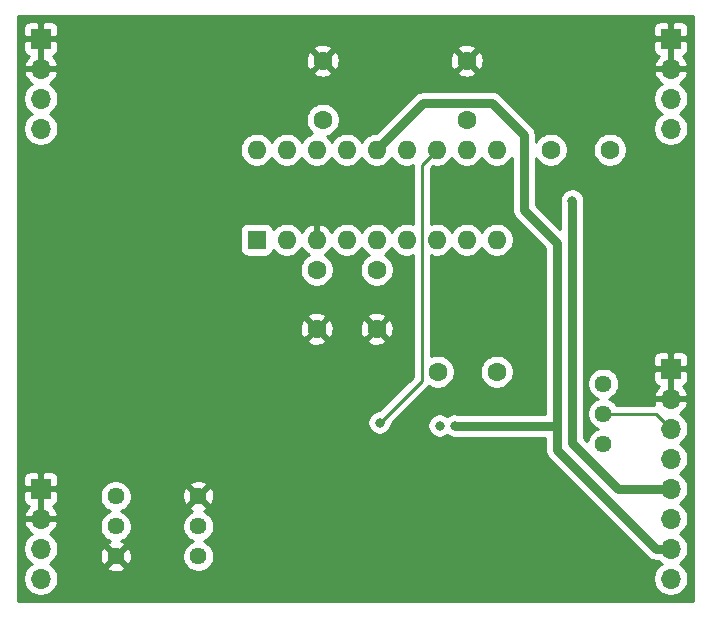
<source format=gbl>
G04 #@! TF.GenerationSoftware,KiCad,Pcbnew,5.1.6-c6e7f7d~87~ubuntu18.04.1*
G04 #@! TF.CreationDate,2020-07-17T09:21:27-04:00*
G04 #@! TF.ProjectId,CEM3320_LPF_plug_in_board,43454d33-3332-4305-9f4c-50465f706c75,1.1*
G04 #@! TF.SameCoordinates,Original*
G04 #@! TF.FileFunction,Copper,L2,Bot*
G04 #@! TF.FilePolarity,Positive*
%FSLAX46Y46*%
G04 Gerber Fmt 4.6, Leading zero omitted, Abs format (unit mm)*
G04 Created by KiCad (PCBNEW 5.1.6-c6e7f7d~87~ubuntu18.04.1) date 2020-07-17 09:21:27*
%MOMM*%
%LPD*%
G01*
G04 APERTURE LIST*
G04 #@! TA.AperFunction,ComponentPad*
%ADD10C,1.440000*%
G04 #@! TD*
G04 #@! TA.AperFunction,ComponentPad*
%ADD11O,1.600000X1.600000*%
G04 #@! TD*
G04 #@! TA.AperFunction,ComponentPad*
%ADD12R,1.600000X1.600000*%
G04 #@! TD*
G04 #@! TA.AperFunction,ComponentPad*
%ADD13O,1.700000X1.700000*%
G04 #@! TD*
G04 #@! TA.AperFunction,ComponentPad*
%ADD14R,1.700000X1.700000*%
G04 #@! TD*
G04 #@! TA.AperFunction,ComponentPad*
%ADD15C,1.600000*%
G04 #@! TD*
G04 #@! TA.AperFunction,ViaPad*
%ADD16C,0.800000*%
G04 #@! TD*
G04 #@! TA.AperFunction,Conductor*
%ADD17C,0.762000*%
G04 #@! TD*
G04 #@! TA.AperFunction,Conductor*
%ADD18C,0.250000*%
G04 #@! TD*
G04 #@! TA.AperFunction,Conductor*
%ADD19C,0.254000*%
G04 #@! TD*
G04 APERTURE END LIST*
D10*
X142875000Y-122555000D03*
X142875000Y-120015000D03*
X142875000Y-117475000D03*
X177165000Y-107950000D03*
X177165000Y-110490000D03*
X177165000Y-113030000D03*
X135890000Y-122555000D03*
X135890000Y-120015000D03*
X135890000Y-117475000D03*
D11*
X147828000Y-88138000D03*
X168148000Y-95758000D03*
X150368000Y-88138000D03*
X165608000Y-95758000D03*
X152908000Y-88138000D03*
X163068000Y-95758000D03*
X155448000Y-88138000D03*
X160528000Y-95758000D03*
X157988000Y-88138000D03*
X157988000Y-95758000D03*
X160528000Y-88138000D03*
X155448000Y-95758000D03*
X163068000Y-88138000D03*
X152908000Y-95758000D03*
X165608000Y-88138000D03*
X150368000Y-95758000D03*
X168148000Y-88138000D03*
D12*
X147828000Y-95758000D03*
D13*
X182880000Y-124460000D03*
X182880000Y-121920000D03*
X182880000Y-119380000D03*
X182880000Y-116840000D03*
X182880000Y-114300000D03*
X182880000Y-111760000D03*
X182880000Y-109220000D03*
D14*
X182880000Y-106680000D03*
D13*
X182880000Y-86360000D03*
X182880000Y-83820000D03*
X182880000Y-81280000D03*
D14*
X182880000Y-78740000D03*
D13*
X129540000Y-86360000D03*
X129540000Y-83820000D03*
X129540000Y-81280000D03*
D14*
X129540000Y-78740000D03*
D13*
X129540000Y-124460000D03*
X129540000Y-121920000D03*
X129540000Y-119380000D03*
D14*
X129540000Y-116840000D03*
D15*
X172720000Y-88138000D03*
X177720000Y-88138000D03*
X165608000Y-80598000D03*
X165608000Y-85598000D03*
X163148000Y-106934000D03*
X168148000Y-106934000D03*
X153416000Y-80598000D03*
X153416000Y-85598000D03*
X152908000Y-103298000D03*
X152908000Y-98298000D03*
X157988000Y-103298000D03*
X157988000Y-98298000D03*
D16*
X171958000Y-120396000D03*
X175260000Y-118364000D03*
X164592000Y-111506000D03*
X163322000Y-111506000D03*
X174534990Y-92456000D03*
X158242000Y-111252000D03*
D17*
X173228000Y-96012000D02*
X170434000Y-93218000D01*
X161909001Y-84216999D02*
X158787999Y-87338001D01*
X158787999Y-87338001D02*
X157988000Y-88138000D01*
X170434000Y-93218000D02*
X170434000Y-86868000D01*
X170434000Y-86868000D02*
X167782999Y-84216999D01*
X167782999Y-84216999D02*
X161909001Y-84216999D01*
X164592000Y-111506000D02*
X173228000Y-111506000D01*
X173228000Y-111506000D02*
X173228000Y-96012000D01*
X182880000Y-121920000D02*
X181610000Y-121920000D01*
X173228000Y-113538000D02*
X173228000Y-111506000D01*
X181610000Y-121920000D02*
X173228000Y-113538000D01*
X174534990Y-93021685D02*
X174534990Y-92456000D01*
X174534990Y-112939990D02*
X174534990Y-93021685D01*
X182880000Y-116840000D02*
X178435000Y-116840000D01*
X178435000Y-116840000D02*
X174534990Y-112939990D01*
D18*
X181610000Y-110490000D02*
X182880000Y-111760000D01*
X177165000Y-110490000D02*
X181610000Y-110490000D01*
X161798000Y-107696000D02*
X158242000Y-111252000D01*
X163068000Y-88138000D02*
X161798000Y-89408000D01*
X161798000Y-89408000D02*
X161798000Y-107696000D01*
D19*
G36*
X184760001Y-126340000D02*
G01*
X127660000Y-126340000D01*
X127660000Y-121773740D01*
X128055000Y-121773740D01*
X128055000Y-122066260D01*
X128112068Y-122353158D01*
X128224010Y-122623411D01*
X128386525Y-122866632D01*
X128593368Y-123073475D01*
X128767760Y-123190000D01*
X128593368Y-123306525D01*
X128386525Y-123513368D01*
X128224010Y-123756589D01*
X128112068Y-124026842D01*
X128055000Y-124313740D01*
X128055000Y-124606260D01*
X128112068Y-124893158D01*
X128224010Y-125163411D01*
X128386525Y-125406632D01*
X128593368Y-125613475D01*
X128836589Y-125775990D01*
X129106842Y-125887932D01*
X129393740Y-125945000D01*
X129686260Y-125945000D01*
X129973158Y-125887932D01*
X130243411Y-125775990D01*
X130486632Y-125613475D01*
X130693475Y-125406632D01*
X130855990Y-125163411D01*
X130967932Y-124893158D01*
X131025000Y-124606260D01*
X131025000Y-124313740D01*
X130967932Y-124026842D01*
X130855990Y-123756589D01*
X130693475Y-123513368D01*
X130670667Y-123490560D01*
X135134045Y-123490560D01*
X135195932Y-123726368D01*
X135437790Y-123839266D01*
X135697027Y-123902811D01*
X135963680Y-123914561D01*
X136227501Y-123874063D01*
X136478353Y-123782875D01*
X136584068Y-123726368D01*
X136645955Y-123490560D01*
X135890000Y-122734605D01*
X135134045Y-123490560D01*
X130670667Y-123490560D01*
X130486632Y-123306525D01*
X130312240Y-123190000D01*
X130486632Y-123073475D01*
X130693475Y-122866632D01*
X130852469Y-122628680D01*
X134530439Y-122628680D01*
X134570937Y-122892501D01*
X134662125Y-123143353D01*
X134718632Y-123249068D01*
X134954440Y-123310955D01*
X135710395Y-122555000D01*
X136069605Y-122555000D01*
X136825560Y-123310955D01*
X137061368Y-123249068D01*
X137174266Y-123007210D01*
X137237811Y-122747973D01*
X137249561Y-122481320D01*
X137209063Y-122217499D01*
X137117875Y-121966647D01*
X137061368Y-121860932D01*
X136825560Y-121799045D01*
X136069605Y-122555000D01*
X135710395Y-122555000D01*
X134954440Y-121799045D01*
X134718632Y-121860932D01*
X134605734Y-122102790D01*
X134542189Y-122362027D01*
X134530439Y-122628680D01*
X130852469Y-122628680D01*
X130855990Y-122623411D01*
X130967932Y-122353158D01*
X131025000Y-122066260D01*
X131025000Y-121773740D01*
X130967932Y-121486842D01*
X130855990Y-121216589D01*
X130693475Y-120973368D01*
X130486632Y-120766525D01*
X130304466Y-120644805D01*
X130421355Y-120575178D01*
X130637588Y-120380269D01*
X130811641Y-120146920D01*
X130936825Y-119884099D01*
X130981476Y-119736890D01*
X130860155Y-119507000D01*
X129667000Y-119507000D01*
X129667000Y-119527000D01*
X129413000Y-119527000D01*
X129413000Y-119507000D01*
X128219845Y-119507000D01*
X128098524Y-119736890D01*
X128143175Y-119884099D01*
X128268359Y-120146920D01*
X128442412Y-120380269D01*
X128658645Y-120575178D01*
X128775534Y-120644805D01*
X128593368Y-120766525D01*
X128386525Y-120973368D01*
X128224010Y-121216589D01*
X128112068Y-121486842D01*
X128055000Y-121773740D01*
X127660000Y-121773740D01*
X127660000Y-117690000D01*
X128051928Y-117690000D01*
X128064188Y-117814482D01*
X128100498Y-117934180D01*
X128159463Y-118044494D01*
X128238815Y-118141185D01*
X128335506Y-118220537D01*
X128445820Y-118279502D01*
X128526466Y-118303966D01*
X128442412Y-118379731D01*
X128268359Y-118613080D01*
X128143175Y-118875901D01*
X128098524Y-119023110D01*
X128219845Y-119253000D01*
X129413000Y-119253000D01*
X129413000Y-116967000D01*
X129667000Y-116967000D01*
X129667000Y-119253000D01*
X130860155Y-119253000D01*
X130981476Y-119023110D01*
X130936825Y-118875901D01*
X130811641Y-118613080D01*
X130637588Y-118379731D01*
X130553534Y-118303966D01*
X130634180Y-118279502D01*
X130744494Y-118220537D01*
X130841185Y-118141185D01*
X130920537Y-118044494D01*
X130979502Y-117934180D01*
X131015812Y-117814482D01*
X131028072Y-117690000D01*
X131026175Y-117341544D01*
X134535000Y-117341544D01*
X134535000Y-117608456D01*
X134587072Y-117870239D01*
X134689215Y-118116833D01*
X134837503Y-118338762D01*
X135026238Y-118527497D01*
X135248167Y-118675785D01*
X135415266Y-118745000D01*
X135248167Y-118814215D01*
X135026238Y-118962503D01*
X134837503Y-119151238D01*
X134689215Y-119373167D01*
X134587072Y-119619761D01*
X134535000Y-119881544D01*
X134535000Y-120148456D01*
X134587072Y-120410239D01*
X134689215Y-120656833D01*
X134837503Y-120878762D01*
X135026238Y-121067497D01*
X135248167Y-121215785D01*
X135416324Y-121285438D01*
X135301647Y-121327125D01*
X135195932Y-121383632D01*
X135134045Y-121619440D01*
X135890000Y-122375395D01*
X136645955Y-121619440D01*
X136584068Y-121383632D01*
X136368993Y-121283236D01*
X136531833Y-121215785D01*
X136753762Y-121067497D01*
X136942497Y-120878762D01*
X137090785Y-120656833D01*
X137192928Y-120410239D01*
X137245000Y-120148456D01*
X137245000Y-119881544D01*
X141520000Y-119881544D01*
X141520000Y-120148456D01*
X141572072Y-120410239D01*
X141674215Y-120656833D01*
X141822503Y-120878762D01*
X142011238Y-121067497D01*
X142233167Y-121215785D01*
X142400266Y-121285000D01*
X142233167Y-121354215D01*
X142011238Y-121502503D01*
X141822503Y-121691238D01*
X141674215Y-121913167D01*
X141572072Y-122159761D01*
X141520000Y-122421544D01*
X141520000Y-122688456D01*
X141572072Y-122950239D01*
X141674215Y-123196833D01*
X141822503Y-123418762D01*
X142011238Y-123607497D01*
X142233167Y-123755785D01*
X142479761Y-123857928D01*
X142741544Y-123910000D01*
X143008456Y-123910000D01*
X143270239Y-123857928D01*
X143516833Y-123755785D01*
X143738762Y-123607497D01*
X143927497Y-123418762D01*
X144075785Y-123196833D01*
X144177928Y-122950239D01*
X144230000Y-122688456D01*
X144230000Y-122421544D01*
X144177928Y-122159761D01*
X144075785Y-121913167D01*
X143927497Y-121691238D01*
X143738762Y-121502503D01*
X143516833Y-121354215D01*
X143349734Y-121285000D01*
X143516833Y-121215785D01*
X143738762Y-121067497D01*
X143927497Y-120878762D01*
X144075785Y-120656833D01*
X144177928Y-120410239D01*
X144230000Y-120148456D01*
X144230000Y-119881544D01*
X144177928Y-119619761D01*
X144075785Y-119373167D01*
X143927497Y-119151238D01*
X143738762Y-118962503D01*
X143516833Y-118814215D01*
X143348676Y-118744562D01*
X143463353Y-118702875D01*
X143569068Y-118646368D01*
X143630955Y-118410560D01*
X142875000Y-117654605D01*
X142119045Y-118410560D01*
X142180932Y-118646368D01*
X142396007Y-118746764D01*
X142233167Y-118814215D01*
X142011238Y-118962503D01*
X141822503Y-119151238D01*
X141674215Y-119373167D01*
X141572072Y-119619761D01*
X141520000Y-119881544D01*
X137245000Y-119881544D01*
X137192928Y-119619761D01*
X137090785Y-119373167D01*
X136942497Y-119151238D01*
X136753762Y-118962503D01*
X136531833Y-118814215D01*
X136364734Y-118745000D01*
X136531833Y-118675785D01*
X136753762Y-118527497D01*
X136942497Y-118338762D01*
X137090785Y-118116833D01*
X137192928Y-117870239D01*
X137245000Y-117608456D01*
X137245000Y-117548680D01*
X141515439Y-117548680D01*
X141555937Y-117812501D01*
X141647125Y-118063353D01*
X141703632Y-118169068D01*
X141939440Y-118230955D01*
X142695395Y-117475000D01*
X143054605Y-117475000D01*
X143810560Y-118230955D01*
X144046368Y-118169068D01*
X144159266Y-117927210D01*
X144222811Y-117667973D01*
X144234561Y-117401320D01*
X144194063Y-117137499D01*
X144102875Y-116886647D01*
X144046368Y-116780932D01*
X143810560Y-116719045D01*
X143054605Y-117475000D01*
X142695395Y-117475000D01*
X141939440Y-116719045D01*
X141703632Y-116780932D01*
X141590734Y-117022790D01*
X141527189Y-117282027D01*
X141515439Y-117548680D01*
X137245000Y-117548680D01*
X137245000Y-117341544D01*
X137192928Y-117079761D01*
X137090785Y-116833167D01*
X136942497Y-116611238D01*
X136870699Y-116539440D01*
X142119045Y-116539440D01*
X142875000Y-117295395D01*
X143630955Y-116539440D01*
X143569068Y-116303632D01*
X143327210Y-116190734D01*
X143067973Y-116127189D01*
X142801320Y-116115439D01*
X142537499Y-116155937D01*
X142286647Y-116247125D01*
X142180932Y-116303632D01*
X142119045Y-116539440D01*
X136870699Y-116539440D01*
X136753762Y-116422503D01*
X136531833Y-116274215D01*
X136285239Y-116172072D01*
X136023456Y-116120000D01*
X135756544Y-116120000D01*
X135494761Y-116172072D01*
X135248167Y-116274215D01*
X135026238Y-116422503D01*
X134837503Y-116611238D01*
X134689215Y-116833167D01*
X134587072Y-117079761D01*
X134535000Y-117341544D01*
X131026175Y-117341544D01*
X131025000Y-117125750D01*
X130866250Y-116967000D01*
X129667000Y-116967000D01*
X129413000Y-116967000D01*
X128213750Y-116967000D01*
X128055000Y-117125750D01*
X128051928Y-117690000D01*
X127660000Y-117690000D01*
X127660000Y-115990000D01*
X128051928Y-115990000D01*
X128055000Y-116554250D01*
X128213750Y-116713000D01*
X129413000Y-116713000D01*
X129413000Y-115513750D01*
X129667000Y-115513750D01*
X129667000Y-116713000D01*
X130866250Y-116713000D01*
X131025000Y-116554250D01*
X131028072Y-115990000D01*
X131015812Y-115865518D01*
X130979502Y-115745820D01*
X130920537Y-115635506D01*
X130841185Y-115538815D01*
X130744494Y-115459463D01*
X130634180Y-115400498D01*
X130514482Y-115364188D01*
X130390000Y-115351928D01*
X129825750Y-115355000D01*
X129667000Y-115513750D01*
X129413000Y-115513750D01*
X129254250Y-115355000D01*
X128690000Y-115351928D01*
X128565518Y-115364188D01*
X128445820Y-115400498D01*
X128335506Y-115459463D01*
X128238815Y-115538815D01*
X128159463Y-115635506D01*
X128100498Y-115745820D01*
X128064188Y-115865518D01*
X128051928Y-115990000D01*
X127660000Y-115990000D01*
X127660000Y-104290702D01*
X152094903Y-104290702D01*
X152166486Y-104534671D01*
X152421996Y-104655571D01*
X152696184Y-104724300D01*
X152978512Y-104738217D01*
X153258130Y-104696787D01*
X153524292Y-104601603D01*
X153649514Y-104534671D01*
X153721097Y-104290702D01*
X157174903Y-104290702D01*
X157246486Y-104534671D01*
X157501996Y-104655571D01*
X157776184Y-104724300D01*
X158058512Y-104738217D01*
X158338130Y-104696787D01*
X158604292Y-104601603D01*
X158729514Y-104534671D01*
X158801097Y-104290702D01*
X157988000Y-103477605D01*
X157174903Y-104290702D01*
X153721097Y-104290702D01*
X152908000Y-103477605D01*
X152094903Y-104290702D01*
X127660000Y-104290702D01*
X127660000Y-103368512D01*
X151467783Y-103368512D01*
X151509213Y-103648130D01*
X151604397Y-103914292D01*
X151671329Y-104039514D01*
X151915298Y-104111097D01*
X152728395Y-103298000D01*
X153087605Y-103298000D01*
X153900702Y-104111097D01*
X154144671Y-104039514D01*
X154265571Y-103784004D01*
X154334300Y-103509816D01*
X154341265Y-103368512D01*
X156547783Y-103368512D01*
X156589213Y-103648130D01*
X156684397Y-103914292D01*
X156751329Y-104039514D01*
X156995298Y-104111097D01*
X157808395Y-103298000D01*
X158167605Y-103298000D01*
X158980702Y-104111097D01*
X159224671Y-104039514D01*
X159345571Y-103784004D01*
X159414300Y-103509816D01*
X159428217Y-103227488D01*
X159386787Y-102947870D01*
X159291603Y-102681708D01*
X159224671Y-102556486D01*
X158980702Y-102484903D01*
X158167605Y-103298000D01*
X157808395Y-103298000D01*
X156995298Y-102484903D01*
X156751329Y-102556486D01*
X156630429Y-102811996D01*
X156561700Y-103086184D01*
X156547783Y-103368512D01*
X154341265Y-103368512D01*
X154348217Y-103227488D01*
X154306787Y-102947870D01*
X154211603Y-102681708D01*
X154144671Y-102556486D01*
X153900702Y-102484903D01*
X153087605Y-103298000D01*
X152728395Y-103298000D01*
X151915298Y-102484903D01*
X151671329Y-102556486D01*
X151550429Y-102811996D01*
X151481700Y-103086184D01*
X151467783Y-103368512D01*
X127660000Y-103368512D01*
X127660000Y-102305298D01*
X152094903Y-102305298D01*
X152908000Y-103118395D01*
X153721097Y-102305298D01*
X157174903Y-102305298D01*
X157988000Y-103118395D01*
X158801097Y-102305298D01*
X158729514Y-102061329D01*
X158474004Y-101940429D01*
X158199816Y-101871700D01*
X157917488Y-101857783D01*
X157637870Y-101899213D01*
X157371708Y-101994397D01*
X157246486Y-102061329D01*
X157174903Y-102305298D01*
X153721097Y-102305298D01*
X153649514Y-102061329D01*
X153394004Y-101940429D01*
X153119816Y-101871700D01*
X152837488Y-101857783D01*
X152557870Y-101899213D01*
X152291708Y-101994397D01*
X152166486Y-102061329D01*
X152094903Y-102305298D01*
X127660000Y-102305298D01*
X127660000Y-94958000D01*
X146389928Y-94958000D01*
X146389928Y-96558000D01*
X146402188Y-96682482D01*
X146438498Y-96802180D01*
X146497463Y-96912494D01*
X146576815Y-97009185D01*
X146673506Y-97088537D01*
X146783820Y-97147502D01*
X146903518Y-97183812D01*
X147028000Y-97196072D01*
X148628000Y-97196072D01*
X148752482Y-97183812D01*
X148872180Y-97147502D01*
X148982494Y-97088537D01*
X149079185Y-97009185D01*
X149158537Y-96912494D01*
X149217502Y-96802180D01*
X149253812Y-96682482D01*
X149254643Y-96674039D01*
X149453241Y-96872637D01*
X149688273Y-97029680D01*
X149949426Y-97137853D01*
X150226665Y-97193000D01*
X150509335Y-97193000D01*
X150786574Y-97137853D01*
X151047727Y-97029680D01*
X151282759Y-96872637D01*
X151482637Y-96672759D01*
X151639680Y-96437727D01*
X151644067Y-96427135D01*
X151755615Y-96613131D01*
X151944586Y-96821519D01*
X152170580Y-96989037D01*
X152239565Y-97021643D01*
X152228273Y-97026320D01*
X151993241Y-97183363D01*
X151793363Y-97383241D01*
X151636320Y-97618273D01*
X151528147Y-97879426D01*
X151473000Y-98156665D01*
X151473000Y-98439335D01*
X151528147Y-98716574D01*
X151636320Y-98977727D01*
X151793363Y-99212759D01*
X151993241Y-99412637D01*
X152228273Y-99569680D01*
X152489426Y-99677853D01*
X152766665Y-99733000D01*
X153049335Y-99733000D01*
X153326574Y-99677853D01*
X153587727Y-99569680D01*
X153822759Y-99412637D01*
X154022637Y-99212759D01*
X154179680Y-98977727D01*
X154287853Y-98716574D01*
X154343000Y-98439335D01*
X154343000Y-98156665D01*
X154287853Y-97879426D01*
X154179680Y-97618273D01*
X154022637Y-97383241D01*
X153822759Y-97183363D01*
X153587727Y-97026320D01*
X153576435Y-97021643D01*
X153645420Y-96989037D01*
X153871414Y-96821519D01*
X154060385Y-96613131D01*
X154171933Y-96427135D01*
X154176320Y-96437727D01*
X154333363Y-96672759D01*
X154533241Y-96872637D01*
X154768273Y-97029680D01*
X155029426Y-97137853D01*
X155306665Y-97193000D01*
X155589335Y-97193000D01*
X155866574Y-97137853D01*
X156127727Y-97029680D01*
X156362759Y-96872637D01*
X156562637Y-96672759D01*
X156718000Y-96440241D01*
X156873363Y-96672759D01*
X157073241Y-96872637D01*
X157305759Y-97028000D01*
X157073241Y-97183363D01*
X156873363Y-97383241D01*
X156716320Y-97618273D01*
X156608147Y-97879426D01*
X156553000Y-98156665D01*
X156553000Y-98439335D01*
X156608147Y-98716574D01*
X156716320Y-98977727D01*
X156873363Y-99212759D01*
X157073241Y-99412637D01*
X157308273Y-99569680D01*
X157569426Y-99677853D01*
X157846665Y-99733000D01*
X158129335Y-99733000D01*
X158406574Y-99677853D01*
X158667727Y-99569680D01*
X158902759Y-99412637D01*
X159102637Y-99212759D01*
X159259680Y-98977727D01*
X159367853Y-98716574D01*
X159423000Y-98439335D01*
X159423000Y-98156665D01*
X159367853Y-97879426D01*
X159259680Y-97618273D01*
X159102637Y-97383241D01*
X158902759Y-97183363D01*
X158670241Y-97028000D01*
X158902759Y-96872637D01*
X159102637Y-96672759D01*
X159258000Y-96440241D01*
X159413363Y-96672759D01*
X159613241Y-96872637D01*
X159848273Y-97029680D01*
X160109426Y-97137853D01*
X160386665Y-97193000D01*
X160669335Y-97193000D01*
X160946574Y-97137853D01*
X161038000Y-97099983D01*
X161038001Y-107381196D01*
X158202199Y-110217000D01*
X158140061Y-110217000D01*
X157940102Y-110256774D01*
X157751744Y-110334795D01*
X157582226Y-110448063D01*
X157438063Y-110592226D01*
X157324795Y-110761744D01*
X157246774Y-110950102D01*
X157207000Y-111150061D01*
X157207000Y-111353939D01*
X157246774Y-111553898D01*
X157324795Y-111742256D01*
X157438063Y-111911774D01*
X157582226Y-112055937D01*
X157751744Y-112169205D01*
X157940102Y-112247226D01*
X158140061Y-112287000D01*
X158343939Y-112287000D01*
X158543898Y-112247226D01*
X158732256Y-112169205D01*
X158901774Y-112055937D01*
X159045937Y-111911774D01*
X159159205Y-111742256D01*
X159237226Y-111553898D01*
X159277000Y-111353939D01*
X159277000Y-111291801D01*
X162309008Y-108259795D01*
X162338001Y-108236001D01*
X162361795Y-108207008D01*
X162361799Y-108207004D01*
X162400209Y-108160201D01*
X162468273Y-108205680D01*
X162729426Y-108313853D01*
X163006665Y-108369000D01*
X163289335Y-108369000D01*
X163566574Y-108313853D01*
X163827727Y-108205680D01*
X164062759Y-108048637D01*
X164262637Y-107848759D01*
X164419680Y-107613727D01*
X164527853Y-107352574D01*
X164583000Y-107075335D01*
X164583000Y-106792665D01*
X166713000Y-106792665D01*
X166713000Y-107075335D01*
X166768147Y-107352574D01*
X166876320Y-107613727D01*
X167033363Y-107848759D01*
X167233241Y-108048637D01*
X167468273Y-108205680D01*
X167729426Y-108313853D01*
X168006665Y-108369000D01*
X168289335Y-108369000D01*
X168566574Y-108313853D01*
X168827727Y-108205680D01*
X169062759Y-108048637D01*
X169262637Y-107848759D01*
X169419680Y-107613727D01*
X169527853Y-107352574D01*
X169583000Y-107075335D01*
X169583000Y-106792665D01*
X169527853Y-106515426D01*
X169419680Y-106254273D01*
X169262637Y-106019241D01*
X169062759Y-105819363D01*
X168827727Y-105662320D01*
X168566574Y-105554147D01*
X168289335Y-105499000D01*
X168006665Y-105499000D01*
X167729426Y-105554147D01*
X167468273Y-105662320D01*
X167233241Y-105819363D01*
X167033363Y-106019241D01*
X166876320Y-106254273D01*
X166768147Y-106515426D01*
X166713000Y-106792665D01*
X164583000Y-106792665D01*
X164527853Y-106515426D01*
X164419680Y-106254273D01*
X164262637Y-106019241D01*
X164062759Y-105819363D01*
X163827727Y-105662320D01*
X163566574Y-105554147D01*
X163289335Y-105499000D01*
X163006665Y-105499000D01*
X162729426Y-105554147D01*
X162558000Y-105625154D01*
X162558000Y-97099983D01*
X162649426Y-97137853D01*
X162926665Y-97193000D01*
X163209335Y-97193000D01*
X163486574Y-97137853D01*
X163747727Y-97029680D01*
X163982759Y-96872637D01*
X164182637Y-96672759D01*
X164338000Y-96440241D01*
X164493363Y-96672759D01*
X164693241Y-96872637D01*
X164928273Y-97029680D01*
X165189426Y-97137853D01*
X165466665Y-97193000D01*
X165749335Y-97193000D01*
X166026574Y-97137853D01*
X166287727Y-97029680D01*
X166522759Y-96872637D01*
X166722637Y-96672759D01*
X166878000Y-96440241D01*
X167033363Y-96672759D01*
X167233241Y-96872637D01*
X167468273Y-97029680D01*
X167729426Y-97137853D01*
X168006665Y-97193000D01*
X168289335Y-97193000D01*
X168566574Y-97137853D01*
X168827727Y-97029680D01*
X169062759Y-96872637D01*
X169262637Y-96672759D01*
X169419680Y-96437727D01*
X169527853Y-96176574D01*
X169583000Y-95899335D01*
X169583000Y-95616665D01*
X169527853Y-95339426D01*
X169419680Y-95078273D01*
X169262637Y-94843241D01*
X169062759Y-94643363D01*
X168827727Y-94486320D01*
X168566574Y-94378147D01*
X168289335Y-94323000D01*
X168006665Y-94323000D01*
X167729426Y-94378147D01*
X167468273Y-94486320D01*
X167233241Y-94643363D01*
X167033363Y-94843241D01*
X166878000Y-95075759D01*
X166722637Y-94843241D01*
X166522759Y-94643363D01*
X166287727Y-94486320D01*
X166026574Y-94378147D01*
X165749335Y-94323000D01*
X165466665Y-94323000D01*
X165189426Y-94378147D01*
X164928273Y-94486320D01*
X164693241Y-94643363D01*
X164493363Y-94843241D01*
X164338000Y-95075759D01*
X164182637Y-94843241D01*
X163982759Y-94643363D01*
X163747727Y-94486320D01*
X163486574Y-94378147D01*
X163209335Y-94323000D01*
X162926665Y-94323000D01*
X162649426Y-94378147D01*
X162558000Y-94416017D01*
X162558000Y-89722801D01*
X162744114Y-89536688D01*
X162926665Y-89573000D01*
X163209335Y-89573000D01*
X163486574Y-89517853D01*
X163747727Y-89409680D01*
X163982759Y-89252637D01*
X164182637Y-89052759D01*
X164338000Y-88820241D01*
X164493363Y-89052759D01*
X164693241Y-89252637D01*
X164928273Y-89409680D01*
X165189426Y-89517853D01*
X165466665Y-89573000D01*
X165749335Y-89573000D01*
X166026574Y-89517853D01*
X166287727Y-89409680D01*
X166522759Y-89252637D01*
X166722637Y-89052759D01*
X166878000Y-88820241D01*
X167033363Y-89052759D01*
X167233241Y-89252637D01*
X167468273Y-89409680D01*
X167729426Y-89517853D01*
X168006665Y-89573000D01*
X168289335Y-89573000D01*
X168566574Y-89517853D01*
X168827727Y-89409680D01*
X169062759Y-89252637D01*
X169262637Y-89052759D01*
X169418001Y-88820240D01*
X169418000Y-93168098D01*
X169413085Y-93218000D01*
X169418000Y-93267901D01*
X169432702Y-93417170D01*
X169490798Y-93608686D01*
X169585140Y-93785190D01*
X169712104Y-93939896D01*
X169750872Y-93971712D01*
X172212001Y-96432842D01*
X172212000Y-110490000D01*
X164789459Y-110490000D01*
X164693939Y-110471000D01*
X164490061Y-110471000D01*
X164290102Y-110510774D01*
X164101744Y-110588795D01*
X163957000Y-110685510D01*
X163812256Y-110588795D01*
X163623898Y-110510774D01*
X163423939Y-110471000D01*
X163220061Y-110471000D01*
X163020102Y-110510774D01*
X162831744Y-110588795D01*
X162662226Y-110702063D01*
X162518063Y-110846226D01*
X162404795Y-111015744D01*
X162326774Y-111204102D01*
X162287000Y-111404061D01*
X162287000Y-111607939D01*
X162326774Y-111807898D01*
X162404795Y-111996256D01*
X162518063Y-112165774D01*
X162662226Y-112309937D01*
X162831744Y-112423205D01*
X163020102Y-112501226D01*
X163220061Y-112541000D01*
X163423939Y-112541000D01*
X163623898Y-112501226D01*
X163812256Y-112423205D01*
X163957000Y-112326490D01*
X164101744Y-112423205D01*
X164290102Y-112501226D01*
X164490061Y-112541000D01*
X164693939Y-112541000D01*
X164789459Y-112522000D01*
X172212000Y-112522000D01*
X172212000Y-113488098D01*
X172207085Y-113538000D01*
X172212000Y-113587901D01*
X172226702Y-113737170D01*
X172284798Y-113928686D01*
X172379140Y-114105190D01*
X172506104Y-114259896D01*
X172544872Y-114291712D01*
X180856292Y-122603133D01*
X180888104Y-122641896D01*
X181042810Y-122768860D01*
X181219313Y-122863202D01*
X181410829Y-122921298D01*
X181609999Y-122940915D01*
X181659901Y-122936000D01*
X181795893Y-122936000D01*
X181933368Y-123073475D01*
X182107760Y-123190000D01*
X181933368Y-123306525D01*
X181726525Y-123513368D01*
X181564010Y-123756589D01*
X181452068Y-124026842D01*
X181395000Y-124313740D01*
X181395000Y-124606260D01*
X181452068Y-124893158D01*
X181564010Y-125163411D01*
X181726525Y-125406632D01*
X181933368Y-125613475D01*
X182176589Y-125775990D01*
X182446842Y-125887932D01*
X182733740Y-125945000D01*
X183026260Y-125945000D01*
X183313158Y-125887932D01*
X183583411Y-125775990D01*
X183826632Y-125613475D01*
X184033475Y-125406632D01*
X184195990Y-125163411D01*
X184307932Y-124893158D01*
X184365000Y-124606260D01*
X184365000Y-124313740D01*
X184307932Y-124026842D01*
X184195990Y-123756589D01*
X184033475Y-123513368D01*
X183826632Y-123306525D01*
X183652240Y-123190000D01*
X183826632Y-123073475D01*
X184033475Y-122866632D01*
X184195990Y-122623411D01*
X184307932Y-122353158D01*
X184365000Y-122066260D01*
X184365000Y-121773740D01*
X184307932Y-121486842D01*
X184195990Y-121216589D01*
X184033475Y-120973368D01*
X183826632Y-120766525D01*
X183652240Y-120650000D01*
X183826632Y-120533475D01*
X184033475Y-120326632D01*
X184195990Y-120083411D01*
X184307932Y-119813158D01*
X184365000Y-119526260D01*
X184365000Y-119233740D01*
X184307932Y-118946842D01*
X184195990Y-118676589D01*
X184033475Y-118433368D01*
X183826632Y-118226525D01*
X183652240Y-118110000D01*
X183826632Y-117993475D01*
X184033475Y-117786632D01*
X184195990Y-117543411D01*
X184307932Y-117273158D01*
X184365000Y-116986260D01*
X184365000Y-116693740D01*
X184307932Y-116406842D01*
X184195990Y-116136589D01*
X184033475Y-115893368D01*
X183826632Y-115686525D01*
X183652240Y-115570000D01*
X183826632Y-115453475D01*
X184033475Y-115246632D01*
X184195990Y-115003411D01*
X184307932Y-114733158D01*
X184365000Y-114446260D01*
X184365000Y-114153740D01*
X184307932Y-113866842D01*
X184195990Y-113596589D01*
X184033475Y-113353368D01*
X183826632Y-113146525D01*
X183652240Y-113030000D01*
X183826632Y-112913475D01*
X184033475Y-112706632D01*
X184195990Y-112463411D01*
X184307932Y-112193158D01*
X184365000Y-111906260D01*
X184365000Y-111613740D01*
X184307932Y-111326842D01*
X184195990Y-111056589D01*
X184033475Y-110813368D01*
X183826632Y-110606525D01*
X183644466Y-110484805D01*
X183761355Y-110415178D01*
X183977588Y-110220269D01*
X184151641Y-109986920D01*
X184276825Y-109724099D01*
X184321476Y-109576890D01*
X184200155Y-109347000D01*
X183007000Y-109347000D01*
X183007000Y-109367000D01*
X182753000Y-109367000D01*
X182753000Y-109347000D01*
X181559845Y-109347000D01*
X181438524Y-109576890D01*
X181483175Y-109724099D01*
X181485986Y-109730000D01*
X178286828Y-109730000D01*
X178217497Y-109626238D01*
X178028762Y-109437503D01*
X177806833Y-109289215D01*
X177639734Y-109220000D01*
X177806833Y-109150785D01*
X178028762Y-109002497D01*
X178217497Y-108813762D01*
X178365785Y-108591833D01*
X178467928Y-108345239D01*
X178520000Y-108083456D01*
X178520000Y-107816544D01*
X178467928Y-107554761D01*
X178457672Y-107530000D01*
X181391928Y-107530000D01*
X181404188Y-107654482D01*
X181440498Y-107774180D01*
X181499463Y-107884494D01*
X181578815Y-107981185D01*
X181675506Y-108060537D01*
X181785820Y-108119502D01*
X181866466Y-108143966D01*
X181782412Y-108219731D01*
X181608359Y-108453080D01*
X181483175Y-108715901D01*
X181438524Y-108863110D01*
X181559845Y-109093000D01*
X182753000Y-109093000D01*
X182753000Y-106807000D01*
X183007000Y-106807000D01*
X183007000Y-109093000D01*
X184200155Y-109093000D01*
X184321476Y-108863110D01*
X184276825Y-108715901D01*
X184151641Y-108453080D01*
X183977588Y-108219731D01*
X183893534Y-108143966D01*
X183974180Y-108119502D01*
X184084494Y-108060537D01*
X184181185Y-107981185D01*
X184260537Y-107884494D01*
X184319502Y-107774180D01*
X184355812Y-107654482D01*
X184368072Y-107530000D01*
X184365000Y-106965750D01*
X184206250Y-106807000D01*
X183007000Y-106807000D01*
X182753000Y-106807000D01*
X181553750Y-106807000D01*
X181395000Y-106965750D01*
X181391928Y-107530000D01*
X178457672Y-107530000D01*
X178365785Y-107308167D01*
X178217497Y-107086238D01*
X178028762Y-106897503D01*
X177806833Y-106749215D01*
X177560239Y-106647072D01*
X177298456Y-106595000D01*
X177031544Y-106595000D01*
X176769761Y-106647072D01*
X176523167Y-106749215D01*
X176301238Y-106897503D01*
X176112503Y-107086238D01*
X175964215Y-107308167D01*
X175862072Y-107554761D01*
X175810000Y-107816544D01*
X175810000Y-108083456D01*
X175862072Y-108345239D01*
X175964215Y-108591833D01*
X176112503Y-108813762D01*
X176301238Y-109002497D01*
X176523167Y-109150785D01*
X176690266Y-109220000D01*
X176523167Y-109289215D01*
X176301238Y-109437503D01*
X176112503Y-109626238D01*
X175964215Y-109848167D01*
X175862072Y-110094761D01*
X175810000Y-110356544D01*
X175810000Y-110623456D01*
X175862072Y-110885239D01*
X175964215Y-111131833D01*
X176112503Y-111353762D01*
X176301238Y-111542497D01*
X176523167Y-111690785D01*
X176690266Y-111760000D01*
X176523167Y-111829215D01*
X176301238Y-111977503D01*
X176112503Y-112166238D01*
X175964215Y-112388167D01*
X175862072Y-112634761D01*
X175829641Y-112797801D01*
X175550990Y-112519150D01*
X175550990Y-105830000D01*
X181391928Y-105830000D01*
X181395000Y-106394250D01*
X181553750Y-106553000D01*
X182753000Y-106553000D01*
X182753000Y-105353750D01*
X183007000Y-105353750D01*
X183007000Y-106553000D01*
X184206250Y-106553000D01*
X184365000Y-106394250D01*
X184368072Y-105830000D01*
X184355812Y-105705518D01*
X184319502Y-105585820D01*
X184260537Y-105475506D01*
X184181185Y-105378815D01*
X184084494Y-105299463D01*
X183974180Y-105240498D01*
X183854482Y-105204188D01*
X183730000Y-105191928D01*
X183165750Y-105195000D01*
X183007000Y-105353750D01*
X182753000Y-105353750D01*
X182594250Y-105195000D01*
X182030000Y-105191928D01*
X181905518Y-105204188D01*
X181785820Y-105240498D01*
X181675506Y-105299463D01*
X181578815Y-105378815D01*
X181499463Y-105475506D01*
X181440498Y-105585820D01*
X181404188Y-105705518D01*
X181391928Y-105830000D01*
X175550990Y-105830000D01*
X175550990Y-92653459D01*
X175569990Y-92557939D01*
X175569990Y-92354061D01*
X175530216Y-92154102D01*
X175452195Y-91965744D01*
X175338927Y-91796226D01*
X175194764Y-91652063D01*
X175025246Y-91538795D01*
X174836888Y-91460774D01*
X174636929Y-91421000D01*
X174433051Y-91421000D01*
X174233092Y-91460774D01*
X174044734Y-91538795D01*
X173875216Y-91652063D01*
X173731053Y-91796226D01*
X173617785Y-91965744D01*
X173539764Y-92154102D01*
X173499990Y-92354061D01*
X173499990Y-92557939D01*
X173518990Y-92653459D01*
X173518990Y-93071586D01*
X173518991Y-93071596D01*
X173518991Y-94866150D01*
X171450000Y-92797160D01*
X171450000Y-88820241D01*
X171605363Y-89052759D01*
X171805241Y-89252637D01*
X172040273Y-89409680D01*
X172301426Y-89517853D01*
X172578665Y-89573000D01*
X172861335Y-89573000D01*
X173138574Y-89517853D01*
X173399727Y-89409680D01*
X173634759Y-89252637D01*
X173834637Y-89052759D01*
X173991680Y-88817727D01*
X174099853Y-88556574D01*
X174155000Y-88279335D01*
X174155000Y-87996665D01*
X176285000Y-87996665D01*
X176285000Y-88279335D01*
X176340147Y-88556574D01*
X176448320Y-88817727D01*
X176605363Y-89052759D01*
X176805241Y-89252637D01*
X177040273Y-89409680D01*
X177301426Y-89517853D01*
X177578665Y-89573000D01*
X177861335Y-89573000D01*
X178138574Y-89517853D01*
X178399727Y-89409680D01*
X178634759Y-89252637D01*
X178834637Y-89052759D01*
X178991680Y-88817727D01*
X179099853Y-88556574D01*
X179155000Y-88279335D01*
X179155000Y-87996665D01*
X179099853Y-87719426D01*
X178991680Y-87458273D01*
X178834637Y-87223241D01*
X178634759Y-87023363D01*
X178399727Y-86866320D01*
X178138574Y-86758147D01*
X177861335Y-86703000D01*
X177578665Y-86703000D01*
X177301426Y-86758147D01*
X177040273Y-86866320D01*
X176805241Y-87023363D01*
X176605363Y-87223241D01*
X176448320Y-87458273D01*
X176340147Y-87719426D01*
X176285000Y-87996665D01*
X174155000Y-87996665D01*
X174099853Y-87719426D01*
X173991680Y-87458273D01*
X173834637Y-87223241D01*
X173634759Y-87023363D01*
X173399727Y-86866320D01*
X173138574Y-86758147D01*
X172861335Y-86703000D01*
X172578665Y-86703000D01*
X172301426Y-86758147D01*
X172040273Y-86866320D01*
X171805241Y-87023363D01*
X171605363Y-87223241D01*
X171450000Y-87455759D01*
X171450000Y-86917902D01*
X171454915Y-86868000D01*
X171435298Y-86668829D01*
X171377202Y-86477313D01*
X171282860Y-86300810D01*
X171187706Y-86184865D01*
X171155896Y-86146104D01*
X171117133Y-86114292D01*
X168676581Y-83673740D01*
X181395000Y-83673740D01*
X181395000Y-83966260D01*
X181452068Y-84253158D01*
X181564010Y-84523411D01*
X181726525Y-84766632D01*
X181933368Y-84973475D01*
X182107760Y-85090000D01*
X181933368Y-85206525D01*
X181726525Y-85413368D01*
X181564010Y-85656589D01*
X181452068Y-85926842D01*
X181395000Y-86213740D01*
X181395000Y-86506260D01*
X181452068Y-86793158D01*
X181564010Y-87063411D01*
X181726525Y-87306632D01*
X181933368Y-87513475D01*
X182176589Y-87675990D01*
X182446842Y-87787932D01*
X182733740Y-87845000D01*
X183026260Y-87845000D01*
X183313158Y-87787932D01*
X183583411Y-87675990D01*
X183826632Y-87513475D01*
X184033475Y-87306632D01*
X184195990Y-87063411D01*
X184307932Y-86793158D01*
X184365000Y-86506260D01*
X184365000Y-86213740D01*
X184307932Y-85926842D01*
X184195990Y-85656589D01*
X184033475Y-85413368D01*
X183826632Y-85206525D01*
X183652240Y-85090000D01*
X183826632Y-84973475D01*
X184033475Y-84766632D01*
X184195990Y-84523411D01*
X184307932Y-84253158D01*
X184365000Y-83966260D01*
X184365000Y-83673740D01*
X184307932Y-83386842D01*
X184195990Y-83116589D01*
X184033475Y-82873368D01*
X183826632Y-82666525D01*
X183644466Y-82544805D01*
X183761355Y-82475178D01*
X183977588Y-82280269D01*
X184151641Y-82046920D01*
X184276825Y-81784099D01*
X184321476Y-81636890D01*
X184200155Y-81407000D01*
X183007000Y-81407000D01*
X183007000Y-81427000D01*
X182753000Y-81427000D01*
X182753000Y-81407000D01*
X181559845Y-81407000D01*
X181438524Y-81636890D01*
X181483175Y-81784099D01*
X181608359Y-82046920D01*
X181782412Y-82280269D01*
X181998645Y-82475178D01*
X182115534Y-82544805D01*
X181933368Y-82666525D01*
X181726525Y-82873368D01*
X181564010Y-83116589D01*
X181452068Y-83386842D01*
X181395000Y-83673740D01*
X168676581Y-83673740D01*
X168536711Y-83533871D01*
X168504895Y-83495103D01*
X168350189Y-83368139D01*
X168173686Y-83273797D01*
X167982170Y-83215701D01*
X167832901Y-83200999D01*
X167782999Y-83196084D01*
X167733097Y-83200999D01*
X161958894Y-83200999D01*
X161909000Y-83196085D01*
X161859106Y-83200999D01*
X161859099Y-83200999D01*
X161729178Y-83213795D01*
X161709829Y-83215701D01*
X161651733Y-83233325D01*
X161518314Y-83273797D01*
X161341811Y-83368139D01*
X161187105Y-83495103D01*
X161155293Y-83533866D01*
X158104869Y-86584291D01*
X158104864Y-86584295D01*
X157986159Y-86703000D01*
X157846665Y-86703000D01*
X157569426Y-86758147D01*
X157308273Y-86866320D01*
X157073241Y-87023363D01*
X156873363Y-87223241D01*
X156718000Y-87455759D01*
X156562637Y-87223241D01*
X156362759Y-87023363D01*
X156127727Y-86866320D01*
X155866574Y-86758147D01*
X155589335Y-86703000D01*
X155306665Y-86703000D01*
X155029426Y-86758147D01*
X154768273Y-86866320D01*
X154533241Y-87023363D01*
X154333363Y-87223241D01*
X154178000Y-87455759D01*
X154022637Y-87223241D01*
X153822759Y-87023363D01*
X153772984Y-86990104D01*
X153834574Y-86977853D01*
X154095727Y-86869680D01*
X154330759Y-86712637D01*
X154530637Y-86512759D01*
X154687680Y-86277727D01*
X154795853Y-86016574D01*
X154851000Y-85739335D01*
X154851000Y-85456665D01*
X154795853Y-85179426D01*
X154687680Y-84918273D01*
X154530637Y-84683241D01*
X154330759Y-84483363D01*
X154095727Y-84326320D01*
X153834574Y-84218147D01*
X153557335Y-84163000D01*
X153274665Y-84163000D01*
X152997426Y-84218147D01*
X152736273Y-84326320D01*
X152501241Y-84483363D01*
X152301363Y-84683241D01*
X152144320Y-84918273D01*
X152036147Y-85179426D01*
X151981000Y-85456665D01*
X151981000Y-85739335D01*
X152036147Y-86016574D01*
X152144320Y-86277727D01*
X152301363Y-86512759D01*
X152501241Y-86712637D01*
X152551016Y-86745896D01*
X152489426Y-86758147D01*
X152228273Y-86866320D01*
X151993241Y-87023363D01*
X151793363Y-87223241D01*
X151638000Y-87455759D01*
X151482637Y-87223241D01*
X151282759Y-87023363D01*
X151047727Y-86866320D01*
X150786574Y-86758147D01*
X150509335Y-86703000D01*
X150226665Y-86703000D01*
X149949426Y-86758147D01*
X149688273Y-86866320D01*
X149453241Y-87023363D01*
X149253363Y-87223241D01*
X149098000Y-87455759D01*
X148942637Y-87223241D01*
X148742759Y-87023363D01*
X148507727Y-86866320D01*
X148246574Y-86758147D01*
X147969335Y-86703000D01*
X147686665Y-86703000D01*
X147409426Y-86758147D01*
X147148273Y-86866320D01*
X146913241Y-87023363D01*
X146713363Y-87223241D01*
X146556320Y-87458273D01*
X146448147Y-87719426D01*
X146393000Y-87996665D01*
X146393000Y-88279335D01*
X146448147Y-88556574D01*
X146556320Y-88817727D01*
X146713363Y-89052759D01*
X146913241Y-89252637D01*
X147148273Y-89409680D01*
X147409426Y-89517853D01*
X147686665Y-89573000D01*
X147969335Y-89573000D01*
X148246574Y-89517853D01*
X148507727Y-89409680D01*
X148742759Y-89252637D01*
X148942637Y-89052759D01*
X149098000Y-88820241D01*
X149253363Y-89052759D01*
X149453241Y-89252637D01*
X149688273Y-89409680D01*
X149949426Y-89517853D01*
X150226665Y-89573000D01*
X150509335Y-89573000D01*
X150786574Y-89517853D01*
X151047727Y-89409680D01*
X151282759Y-89252637D01*
X151482637Y-89052759D01*
X151638000Y-88820241D01*
X151793363Y-89052759D01*
X151993241Y-89252637D01*
X152228273Y-89409680D01*
X152489426Y-89517853D01*
X152766665Y-89573000D01*
X153049335Y-89573000D01*
X153326574Y-89517853D01*
X153587727Y-89409680D01*
X153822759Y-89252637D01*
X154022637Y-89052759D01*
X154178000Y-88820241D01*
X154333363Y-89052759D01*
X154533241Y-89252637D01*
X154768273Y-89409680D01*
X155029426Y-89517853D01*
X155306665Y-89573000D01*
X155589335Y-89573000D01*
X155866574Y-89517853D01*
X156127727Y-89409680D01*
X156362759Y-89252637D01*
X156562637Y-89052759D01*
X156718000Y-88820241D01*
X156873363Y-89052759D01*
X157073241Y-89252637D01*
X157308273Y-89409680D01*
X157569426Y-89517853D01*
X157846665Y-89573000D01*
X158129335Y-89573000D01*
X158406574Y-89517853D01*
X158667727Y-89409680D01*
X158902759Y-89252637D01*
X159102637Y-89052759D01*
X159258000Y-88820241D01*
X159413363Y-89052759D01*
X159613241Y-89252637D01*
X159848273Y-89409680D01*
X160109426Y-89517853D01*
X160386665Y-89573000D01*
X160669335Y-89573000D01*
X160946574Y-89517853D01*
X161038000Y-89479983D01*
X161038000Y-94416017D01*
X160946574Y-94378147D01*
X160669335Y-94323000D01*
X160386665Y-94323000D01*
X160109426Y-94378147D01*
X159848273Y-94486320D01*
X159613241Y-94643363D01*
X159413363Y-94843241D01*
X159258000Y-95075759D01*
X159102637Y-94843241D01*
X158902759Y-94643363D01*
X158667727Y-94486320D01*
X158406574Y-94378147D01*
X158129335Y-94323000D01*
X157846665Y-94323000D01*
X157569426Y-94378147D01*
X157308273Y-94486320D01*
X157073241Y-94643363D01*
X156873363Y-94843241D01*
X156718000Y-95075759D01*
X156562637Y-94843241D01*
X156362759Y-94643363D01*
X156127727Y-94486320D01*
X155866574Y-94378147D01*
X155589335Y-94323000D01*
X155306665Y-94323000D01*
X155029426Y-94378147D01*
X154768273Y-94486320D01*
X154533241Y-94643363D01*
X154333363Y-94843241D01*
X154176320Y-95078273D01*
X154171933Y-95088865D01*
X154060385Y-94902869D01*
X153871414Y-94694481D01*
X153645420Y-94526963D01*
X153391087Y-94406754D01*
X153257039Y-94366096D01*
X153035000Y-94488085D01*
X153035000Y-95631000D01*
X153055000Y-95631000D01*
X153055000Y-95885000D01*
X153035000Y-95885000D01*
X153035000Y-95905000D01*
X152781000Y-95905000D01*
X152781000Y-95885000D01*
X152761000Y-95885000D01*
X152761000Y-95631000D01*
X152781000Y-95631000D01*
X152781000Y-94488085D01*
X152558961Y-94366096D01*
X152424913Y-94406754D01*
X152170580Y-94526963D01*
X151944586Y-94694481D01*
X151755615Y-94902869D01*
X151644067Y-95088865D01*
X151639680Y-95078273D01*
X151482637Y-94843241D01*
X151282759Y-94643363D01*
X151047727Y-94486320D01*
X150786574Y-94378147D01*
X150509335Y-94323000D01*
X150226665Y-94323000D01*
X149949426Y-94378147D01*
X149688273Y-94486320D01*
X149453241Y-94643363D01*
X149254643Y-94841961D01*
X149253812Y-94833518D01*
X149217502Y-94713820D01*
X149158537Y-94603506D01*
X149079185Y-94506815D01*
X148982494Y-94427463D01*
X148872180Y-94368498D01*
X148752482Y-94332188D01*
X148628000Y-94319928D01*
X147028000Y-94319928D01*
X146903518Y-94332188D01*
X146783820Y-94368498D01*
X146673506Y-94427463D01*
X146576815Y-94506815D01*
X146497463Y-94603506D01*
X146438498Y-94713820D01*
X146402188Y-94833518D01*
X146389928Y-94958000D01*
X127660000Y-94958000D01*
X127660000Y-83673740D01*
X128055000Y-83673740D01*
X128055000Y-83966260D01*
X128112068Y-84253158D01*
X128224010Y-84523411D01*
X128386525Y-84766632D01*
X128593368Y-84973475D01*
X128767760Y-85090000D01*
X128593368Y-85206525D01*
X128386525Y-85413368D01*
X128224010Y-85656589D01*
X128112068Y-85926842D01*
X128055000Y-86213740D01*
X128055000Y-86506260D01*
X128112068Y-86793158D01*
X128224010Y-87063411D01*
X128386525Y-87306632D01*
X128593368Y-87513475D01*
X128836589Y-87675990D01*
X129106842Y-87787932D01*
X129393740Y-87845000D01*
X129686260Y-87845000D01*
X129973158Y-87787932D01*
X130243411Y-87675990D01*
X130486632Y-87513475D01*
X130693475Y-87306632D01*
X130855990Y-87063411D01*
X130967932Y-86793158D01*
X131025000Y-86506260D01*
X131025000Y-86213740D01*
X130967932Y-85926842D01*
X130855990Y-85656589D01*
X130693475Y-85413368D01*
X130486632Y-85206525D01*
X130312240Y-85090000D01*
X130486632Y-84973475D01*
X130693475Y-84766632D01*
X130855990Y-84523411D01*
X130967932Y-84253158D01*
X131025000Y-83966260D01*
X131025000Y-83673740D01*
X130967932Y-83386842D01*
X130855990Y-83116589D01*
X130693475Y-82873368D01*
X130486632Y-82666525D01*
X130304466Y-82544805D01*
X130421355Y-82475178D01*
X130637588Y-82280269D01*
X130811641Y-82046920D01*
X130936825Y-81784099D01*
X130981476Y-81636890D01*
X130957101Y-81590702D01*
X152602903Y-81590702D01*
X152674486Y-81834671D01*
X152929996Y-81955571D01*
X153204184Y-82024300D01*
X153486512Y-82038217D01*
X153766130Y-81996787D01*
X154032292Y-81901603D01*
X154157514Y-81834671D01*
X154229097Y-81590702D01*
X164794903Y-81590702D01*
X164866486Y-81834671D01*
X165121996Y-81955571D01*
X165396184Y-82024300D01*
X165678512Y-82038217D01*
X165958130Y-81996787D01*
X166224292Y-81901603D01*
X166349514Y-81834671D01*
X166421097Y-81590702D01*
X165608000Y-80777605D01*
X164794903Y-81590702D01*
X154229097Y-81590702D01*
X153416000Y-80777605D01*
X152602903Y-81590702D01*
X130957101Y-81590702D01*
X130860155Y-81407000D01*
X129667000Y-81407000D01*
X129667000Y-81427000D01*
X129413000Y-81427000D01*
X129413000Y-81407000D01*
X128219845Y-81407000D01*
X128098524Y-81636890D01*
X128143175Y-81784099D01*
X128268359Y-82046920D01*
X128442412Y-82280269D01*
X128658645Y-82475178D01*
X128775534Y-82544805D01*
X128593368Y-82666525D01*
X128386525Y-82873368D01*
X128224010Y-83116589D01*
X128112068Y-83386842D01*
X128055000Y-83673740D01*
X127660000Y-83673740D01*
X127660000Y-79590000D01*
X128051928Y-79590000D01*
X128064188Y-79714482D01*
X128100498Y-79834180D01*
X128159463Y-79944494D01*
X128238815Y-80041185D01*
X128335506Y-80120537D01*
X128445820Y-80179502D01*
X128526466Y-80203966D01*
X128442412Y-80279731D01*
X128268359Y-80513080D01*
X128143175Y-80775901D01*
X128098524Y-80923110D01*
X128219845Y-81153000D01*
X129413000Y-81153000D01*
X129413000Y-78867000D01*
X129667000Y-78867000D01*
X129667000Y-81153000D01*
X130860155Y-81153000D01*
X130981476Y-80923110D01*
X130936825Y-80775901D01*
X130885675Y-80668512D01*
X151975783Y-80668512D01*
X152017213Y-80948130D01*
X152112397Y-81214292D01*
X152179329Y-81339514D01*
X152423298Y-81411097D01*
X153236395Y-80598000D01*
X153595605Y-80598000D01*
X154408702Y-81411097D01*
X154652671Y-81339514D01*
X154773571Y-81084004D01*
X154842300Y-80809816D01*
X154849265Y-80668512D01*
X164167783Y-80668512D01*
X164209213Y-80948130D01*
X164304397Y-81214292D01*
X164371329Y-81339514D01*
X164615298Y-81411097D01*
X165428395Y-80598000D01*
X165787605Y-80598000D01*
X166600702Y-81411097D01*
X166844671Y-81339514D01*
X166965571Y-81084004D01*
X167034300Y-80809816D01*
X167048217Y-80527488D01*
X167006787Y-80247870D01*
X166911603Y-79981708D01*
X166844671Y-79856486D01*
X166600702Y-79784903D01*
X165787605Y-80598000D01*
X165428395Y-80598000D01*
X164615298Y-79784903D01*
X164371329Y-79856486D01*
X164250429Y-80111996D01*
X164181700Y-80386184D01*
X164167783Y-80668512D01*
X154849265Y-80668512D01*
X154856217Y-80527488D01*
X154814787Y-80247870D01*
X154719603Y-79981708D01*
X154652671Y-79856486D01*
X154408702Y-79784903D01*
X153595605Y-80598000D01*
X153236395Y-80598000D01*
X152423298Y-79784903D01*
X152179329Y-79856486D01*
X152058429Y-80111996D01*
X151989700Y-80386184D01*
X151975783Y-80668512D01*
X130885675Y-80668512D01*
X130811641Y-80513080D01*
X130637588Y-80279731D01*
X130553534Y-80203966D01*
X130634180Y-80179502D01*
X130744494Y-80120537D01*
X130841185Y-80041185D01*
X130920537Y-79944494D01*
X130979502Y-79834180D01*
X131015812Y-79714482D01*
X131026565Y-79605298D01*
X152602903Y-79605298D01*
X153416000Y-80418395D01*
X154229097Y-79605298D01*
X164794903Y-79605298D01*
X165608000Y-80418395D01*
X166421097Y-79605298D01*
X166416609Y-79590000D01*
X181391928Y-79590000D01*
X181404188Y-79714482D01*
X181440498Y-79834180D01*
X181499463Y-79944494D01*
X181578815Y-80041185D01*
X181675506Y-80120537D01*
X181785820Y-80179502D01*
X181866466Y-80203966D01*
X181782412Y-80279731D01*
X181608359Y-80513080D01*
X181483175Y-80775901D01*
X181438524Y-80923110D01*
X181559845Y-81153000D01*
X182753000Y-81153000D01*
X182753000Y-78867000D01*
X183007000Y-78867000D01*
X183007000Y-81153000D01*
X184200155Y-81153000D01*
X184321476Y-80923110D01*
X184276825Y-80775901D01*
X184151641Y-80513080D01*
X183977588Y-80279731D01*
X183893534Y-80203966D01*
X183974180Y-80179502D01*
X184084494Y-80120537D01*
X184181185Y-80041185D01*
X184260537Y-79944494D01*
X184319502Y-79834180D01*
X184355812Y-79714482D01*
X184368072Y-79590000D01*
X184365000Y-79025750D01*
X184206250Y-78867000D01*
X183007000Y-78867000D01*
X182753000Y-78867000D01*
X181553750Y-78867000D01*
X181395000Y-79025750D01*
X181391928Y-79590000D01*
X166416609Y-79590000D01*
X166349514Y-79361329D01*
X166094004Y-79240429D01*
X165819816Y-79171700D01*
X165537488Y-79157783D01*
X165257870Y-79199213D01*
X164991708Y-79294397D01*
X164866486Y-79361329D01*
X164794903Y-79605298D01*
X154229097Y-79605298D01*
X154157514Y-79361329D01*
X153902004Y-79240429D01*
X153627816Y-79171700D01*
X153345488Y-79157783D01*
X153065870Y-79199213D01*
X152799708Y-79294397D01*
X152674486Y-79361329D01*
X152602903Y-79605298D01*
X131026565Y-79605298D01*
X131028072Y-79590000D01*
X131025000Y-79025750D01*
X130866250Y-78867000D01*
X129667000Y-78867000D01*
X129413000Y-78867000D01*
X128213750Y-78867000D01*
X128055000Y-79025750D01*
X128051928Y-79590000D01*
X127660000Y-79590000D01*
X127660000Y-77890000D01*
X128051928Y-77890000D01*
X128055000Y-78454250D01*
X128213750Y-78613000D01*
X129413000Y-78613000D01*
X129413000Y-77413750D01*
X129667000Y-77413750D01*
X129667000Y-78613000D01*
X130866250Y-78613000D01*
X131025000Y-78454250D01*
X131028072Y-77890000D01*
X181391928Y-77890000D01*
X181395000Y-78454250D01*
X181553750Y-78613000D01*
X182753000Y-78613000D01*
X182753000Y-77413750D01*
X183007000Y-77413750D01*
X183007000Y-78613000D01*
X184206250Y-78613000D01*
X184365000Y-78454250D01*
X184368072Y-77890000D01*
X184355812Y-77765518D01*
X184319502Y-77645820D01*
X184260537Y-77535506D01*
X184181185Y-77438815D01*
X184084494Y-77359463D01*
X183974180Y-77300498D01*
X183854482Y-77264188D01*
X183730000Y-77251928D01*
X183165750Y-77255000D01*
X183007000Y-77413750D01*
X182753000Y-77413750D01*
X182594250Y-77255000D01*
X182030000Y-77251928D01*
X181905518Y-77264188D01*
X181785820Y-77300498D01*
X181675506Y-77359463D01*
X181578815Y-77438815D01*
X181499463Y-77535506D01*
X181440498Y-77645820D01*
X181404188Y-77765518D01*
X181391928Y-77890000D01*
X131028072Y-77890000D01*
X131015812Y-77765518D01*
X130979502Y-77645820D01*
X130920537Y-77535506D01*
X130841185Y-77438815D01*
X130744494Y-77359463D01*
X130634180Y-77300498D01*
X130514482Y-77264188D01*
X130390000Y-77251928D01*
X129825750Y-77255000D01*
X129667000Y-77413750D01*
X129413000Y-77413750D01*
X129254250Y-77255000D01*
X128690000Y-77251928D01*
X128565518Y-77264188D01*
X128445820Y-77300498D01*
X128335506Y-77359463D01*
X128238815Y-77438815D01*
X128159463Y-77535506D01*
X128100498Y-77645820D01*
X128064188Y-77765518D01*
X128051928Y-77890000D01*
X127660000Y-77890000D01*
X127660000Y-76860000D01*
X184760000Y-76860000D01*
X184760001Y-126340000D01*
G37*
X184760001Y-126340000D02*
X127660000Y-126340000D01*
X127660000Y-121773740D01*
X128055000Y-121773740D01*
X128055000Y-122066260D01*
X128112068Y-122353158D01*
X128224010Y-122623411D01*
X128386525Y-122866632D01*
X128593368Y-123073475D01*
X128767760Y-123190000D01*
X128593368Y-123306525D01*
X128386525Y-123513368D01*
X128224010Y-123756589D01*
X128112068Y-124026842D01*
X128055000Y-124313740D01*
X128055000Y-124606260D01*
X128112068Y-124893158D01*
X128224010Y-125163411D01*
X128386525Y-125406632D01*
X128593368Y-125613475D01*
X128836589Y-125775990D01*
X129106842Y-125887932D01*
X129393740Y-125945000D01*
X129686260Y-125945000D01*
X129973158Y-125887932D01*
X130243411Y-125775990D01*
X130486632Y-125613475D01*
X130693475Y-125406632D01*
X130855990Y-125163411D01*
X130967932Y-124893158D01*
X131025000Y-124606260D01*
X131025000Y-124313740D01*
X130967932Y-124026842D01*
X130855990Y-123756589D01*
X130693475Y-123513368D01*
X130670667Y-123490560D01*
X135134045Y-123490560D01*
X135195932Y-123726368D01*
X135437790Y-123839266D01*
X135697027Y-123902811D01*
X135963680Y-123914561D01*
X136227501Y-123874063D01*
X136478353Y-123782875D01*
X136584068Y-123726368D01*
X136645955Y-123490560D01*
X135890000Y-122734605D01*
X135134045Y-123490560D01*
X130670667Y-123490560D01*
X130486632Y-123306525D01*
X130312240Y-123190000D01*
X130486632Y-123073475D01*
X130693475Y-122866632D01*
X130852469Y-122628680D01*
X134530439Y-122628680D01*
X134570937Y-122892501D01*
X134662125Y-123143353D01*
X134718632Y-123249068D01*
X134954440Y-123310955D01*
X135710395Y-122555000D01*
X136069605Y-122555000D01*
X136825560Y-123310955D01*
X137061368Y-123249068D01*
X137174266Y-123007210D01*
X137237811Y-122747973D01*
X137249561Y-122481320D01*
X137209063Y-122217499D01*
X137117875Y-121966647D01*
X137061368Y-121860932D01*
X136825560Y-121799045D01*
X136069605Y-122555000D01*
X135710395Y-122555000D01*
X134954440Y-121799045D01*
X134718632Y-121860932D01*
X134605734Y-122102790D01*
X134542189Y-122362027D01*
X134530439Y-122628680D01*
X130852469Y-122628680D01*
X130855990Y-122623411D01*
X130967932Y-122353158D01*
X131025000Y-122066260D01*
X131025000Y-121773740D01*
X130967932Y-121486842D01*
X130855990Y-121216589D01*
X130693475Y-120973368D01*
X130486632Y-120766525D01*
X130304466Y-120644805D01*
X130421355Y-120575178D01*
X130637588Y-120380269D01*
X130811641Y-120146920D01*
X130936825Y-119884099D01*
X130981476Y-119736890D01*
X130860155Y-119507000D01*
X129667000Y-119507000D01*
X129667000Y-119527000D01*
X129413000Y-119527000D01*
X129413000Y-119507000D01*
X128219845Y-119507000D01*
X128098524Y-119736890D01*
X128143175Y-119884099D01*
X128268359Y-120146920D01*
X128442412Y-120380269D01*
X128658645Y-120575178D01*
X128775534Y-120644805D01*
X128593368Y-120766525D01*
X128386525Y-120973368D01*
X128224010Y-121216589D01*
X128112068Y-121486842D01*
X128055000Y-121773740D01*
X127660000Y-121773740D01*
X127660000Y-117690000D01*
X128051928Y-117690000D01*
X128064188Y-117814482D01*
X128100498Y-117934180D01*
X128159463Y-118044494D01*
X128238815Y-118141185D01*
X128335506Y-118220537D01*
X128445820Y-118279502D01*
X128526466Y-118303966D01*
X128442412Y-118379731D01*
X128268359Y-118613080D01*
X128143175Y-118875901D01*
X128098524Y-119023110D01*
X128219845Y-119253000D01*
X129413000Y-119253000D01*
X129413000Y-116967000D01*
X129667000Y-116967000D01*
X129667000Y-119253000D01*
X130860155Y-119253000D01*
X130981476Y-119023110D01*
X130936825Y-118875901D01*
X130811641Y-118613080D01*
X130637588Y-118379731D01*
X130553534Y-118303966D01*
X130634180Y-118279502D01*
X130744494Y-118220537D01*
X130841185Y-118141185D01*
X130920537Y-118044494D01*
X130979502Y-117934180D01*
X131015812Y-117814482D01*
X131028072Y-117690000D01*
X131026175Y-117341544D01*
X134535000Y-117341544D01*
X134535000Y-117608456D01*
X134587072Y-117870239D01*
X134689215Y-118116833D01*
X134837503Y-118338762D01*
X135026238Y-118527497D01*
X135248167Y-118675785D01*
X135415266Y-118745000D01*
X135248167Y-118814215D01*
X135026238Y-118962503D01*
X134837503Y-119151238D01*
X134689215Y-119373167D01*
X134587072Y-119619761D01*
X134535000Y-119881544D01*
X134535000Y-120148456D01*
X134587072Y-120410239D01*
X134689215Y-120656833D01*
X134837503Y-120878762D01*
X135026238Y-121067497D01*
X135248167Y-121215785D01*
X135416324Y-121285438D01*
X135301647Y-121327125D01*
X135195932Y-121383632D01*
X135134045Y-121619440D01*
X135890000Y-122375395D01*
X136645955Y-121619440D01*
X136584068Y-121383632D01*
X136368993Y-121283236D01*
X136531833Y-121215785D01*
X136753762Y-121067497D01*
X136942497Y-120878762D01*
X137090785Y-120656833D01*
X137192928Y-120410239D01*
X137245000Y-120148456D01*
X137245000Y-119881544D01*
X141520000Y-119881544D01*
X141520000Y-120148456D01*
X141572072Y-120410239D01*
X141674215Y-120656833D01*
X141822503Y-120878762D01*
X142011238Y-121067497D01*
X142233167Y-121215785D01*
X142400266Y-121285000D01*
X142233167Y-121354215D01*
X142011238Y-121502503D01*
X141822503Y-121691238D01*
X141674215Y-121913167D01*
X141572072Y-122159761D01*
X141520000Y-122421544D01*
X141520000Y-122688456D01*
X141572072Y-122950239D01*
X141674215Y-123196833D01*
X141822503Y-123418762D01*
X142011238Y-123607497D01*
X142233167Y-123755785D01*
X142479761Y-123857928D01*
X142741544Y-123910000D01*
X143008456Y-123910000D01*
X143270239Y-123857928D01*
X143516833Y-123755785D01*
X143738762Y-123607497D01*
X143927497Y-123418762D01*
X144075785Y-123196833D01*
X144177928Y-122950239D01*
X144230000Y-122688456D01*
X144230000Y-122421544D01*
X144177928Y-122159761D01*
X144075785Y-121913167D01*
X143927497Y-121691238D01*
X143738762Y-121502503D01*
X143516833Y-121354215D01*
X143349734Y-121285000D01*
X143516833Y-121215785D01*
X143738762Y-121067497D01*
X143927497Y-120878762D01*
X144075785Y-120656833D01*
X144177928Y-120410239D01*
X144230000Y-120148456D01*
X144230000Y-119881544D01*
X144177928Y-119619761D01*
X144075785Y-119373167D01*
X143927497Y-119151238D01*
X143738762Y-118962503D01*
X143516833Y-118814215D01*
X143348676Y-118744562D01*
X143463353Y-118702875D01*
X143569068Y-118646368D01*
X143630955Y-118410560D01*
X142875000Y-117654605D01*
X142119045Y-118410560D01*
X142180932Y-118646368D01*
X142396007Y-118746764D01*
X142233167Y-118814215D01*
X142011238Y-118962503D01*
X141822503Y-119151238D01*
X141674215Y-119373167D01*
X141572072Y-119619761D01*
X141520000Y-119881544D01*
X137245000Y-119881544D01*
X137192928Y-119619761D01*
X137090785Y-119373167D01*
X136942497Y-119151238D01*
X136753762Y-118962503D01*
X136531833Y-118814215D01*
X136364734Y-118745000D01*
X136531833Y-118675785D01*
X136753762Y-118527497D01*
X136942497Y-118338762D01*
X137090785Y-118116833D01*
X137192928Y-117870239D01*
X137245000Y-117608456D01*
X137245000Y-117548680D01*
X141515439Y-117548680D01*
X141555937Y-117812501D01*
X141647125Y-118063353D01*
X141703632Y-118169068D01*
X141939440Y-118230955D01*
X142695395Y-117475000D01*
X143054605Y-117475000D01*
X143810560Y-118230955D01*
X144046368Y-118169068D01*
X144159266Y-117927210D01*
X144222811Y-117667973D01*
X144234561Y-117401320D01*
X144194063Y-117137499D01*
X144102875Y-116886647D01*
X144046368Y-116780932D01*
X143810560Y-116719045D01*
X143054605Y-117475000D01*
X142695395Y-117475000D01*
X141939440Y-116719045D01*
X141703632Y-116780932D01*
X141590734Y-117022790D01*
X141527189Y-117282027D01*
X141515439Y-117548680D01*
X137245000Y-117548680D01*
X137245000Y-117341544D01*
X137192928Y-117079761D01*
X137090785Y-116833167D01*
X136942497Y-116611238D01*
X136870699Y-116539440D01*
X142119045Y-116539440D01*
X142875000Y-117295395D01*
X143630955Y-116539440D01*
X143569068Y-116303632D01*
X143327210Y-116190734D01*
X143067973Y-116127189D01*
X142801320Y-116115439D01*
X142537499Y-116155937D01*
X142286647Y-116247125D01*
X142180932Y-116303632D01*
X142119045Y-116539440D01*
X136870699Y-116539440D01*
X136753762Y-116422503D01*
X136531833Y-116274215D01*
X136285239Y-116172072D01*
X136023456Y-116120000D01*
X135756544Y-116120000D01*
X135494761Y-116172072D01*
X135248167Y-116274215D01*
X135026238Y-116422503D01*
X134837503Y-116611238D01*
X134689215Y-116833167D01*
X134587072Y-117079761D01*
X134535000Y-117341544D01*
X131026175Y-117341544D01*
X131025000Y-117125750D01*
X130866250Y-116967000D01*
X129667000Y-116967000D01*
X129413000Y-116967000D01*
X128213750Y-116967000D01*
X128055000Y-117125750D01*
X128051928Y-117690000D01*
X127660000Y-117690000D01*
X127660000Y-115990000D01*
X128051928Y-115990000D01*
X128055000Y-116554250D01*
X128213750Y-116713000D01*
X129413000Y-116713000D01*
X129413000Y-115513750D01*
X129667000Y-115513750D01*
X129667000Y-116713000D01*
X130866250Y-116713000D01*
X131025000Y-116554250D01*
X131028072Y-115990000D01*
X131015812Y-115865518D01*
X130979502Y-115745820D01*
X130920537Y-115635506D01*
X130841185Y-115538815D01*
X130744494Y-115459463D01*
X130634180Y-115400498D01*
X130514482Y-115364188D01*
X130390000Y-115351928D01*
X129825750Y-115355000D01*
X129667000Y-115513750D01*
X129413000Y-115513750D01*
X129254250Y-115355000D01*
X128690000Y-115351928D01*
X128565518Y-115364188D01*
X128445820Y-115400498D01*
X128335506Y-115459463D01*
X128238815Y-115538815D01*
X128159463Y-115635506D01*
X128100498Y-115745820D01*
X128064188Y-115865518D01*
X128051928Y-115990000D01*
X127660000Y-115990000D01*
X127660000Y-104290702D01*
X152094903Y-104290702D01*
X152166486Y-104534671D01*
X152421996Y-104655571D01*
X152696184Y-104724300D01*
X152978512Y-104738217D01*
X153258130Y-104696787D01*
X153524292Y-104601603D01*
X153649514Y-104534671D01*
X153721097Y-104290702D01*
X157174903Y-104290702D01*
X157246486Y-104534671D01*
X157501996Y-104655571D01*
X157776184Y-104724300D01*
X158058512Y-104738217D01*
X158338130Y-104696787D01*
X158604292Y-104601603D01*
X158729514Y-104534671D01*
X158801097Y-104290702D01*
X157988000Y-103477605D01*
X157174903Y-104290702D01*
X153721097Y-104290702D01*
X152908000Y-103477605D01*
X152094903Y-104290702D01*
X127660000Y-104290702D01*
X127660000Y-103368512D01*
X151467783Y-103368512D01*
X151509213Y-103648130D01*
X151604397Y-103914292D01*
X151671329Y-104039514D01*
X151915298Y-104111097D01*
X152728395Y-103298000D01*
X153087605Y-103298000D01*
X153900702Y-104111097D01*
X154144671Y-104039514D01*
X154265571Y-103784004D01*
X154334300Y-103509816D01*
X154341265Y-103368512D01*
X156547783Y-103368512D01*
X156589213Y-103648130D01*
X156684397Y-103914292D01*
X156751329Y-104039514D01*
X156995298Y-104111097D01*
X157808395Y-103298000D01*
X158167605Y-103298000D01*
X158980702Y-104111097D01*
X159224671Y-104039514D01*
X159345571Y-103784004D01*
X159414300Y-103509816D01*
X159428217Y-103227488D01*
X159386787Y-102947870D01*
X159291603Y-102681708D01*
X159224671Y-102556486D01*
X158980702Y-102484903D01*
X158167605Y-103298000D01*
X157808395Y-103298000D01*
X156995298Y-102484903D01*
X156751329Y-102556486D01*
X156630429Y-102811996D01*
X156561700Y-103086184D01*
X156547783Y-103368512D01*
X154341265Y-103368512D01*
X154348217Y-103227488D01*
X154306787Y-102947870D01*
X154211603Y-102681708D01*
X154144671Y-102556486D01*
X153900702Y-102484903D01*
X153087605Y-103298000D01*
X152728395Y-103298000D01*
X151915298Y-102484903D01*
X151671329Y-102556486D01*
X151550429Y-102811996D01*
X151481700Y-103086184D01*
X151467783Y-103368512D01*
X127660000Y-103368512D01*
X127660000Y-102305298D01*
X152094903Y-102305298D01*
X152908000Y-103118395D01*
X153721097Y-102305298D01*
X157174903Y-102305298D01*
X157988000Y-103118395D01*
X158801097Y-102305298D01*
X158729514Y-102061329D01*
X158474004Y-101940429D01*
X158199816Y-101871700D01*
X157917488Y-101857783D01*
X157637870Y-101899213D01*
X157371708Y-101994397D01*
X157246486Y-102061329D01*
X157174903Y-102305298D01*
X153721097Y-102305298D01*
X153649514Y-102061329D01*
X153394004Y-101940429D01*
X153119816Y-101871700D01*
X152837488Y-101857783D01*
X152557870Y-101899213D01*
X152291708Y-101994397D01*
X152166486Y-102061329D01*
X152094903Y-102305298D01*
X127660000Y-102305298D01*
X127660000Y-94958000D01*
X146389928Y-94958000D01*
X146389928Y-96558000D01*
X146402188Y-96682482D01*
X146438498Y-96802180D01*
X146497463Y-96912494D01*
X146576815Y-97009185D01*
X146673506Y-97088537D01*
X146783820Y-97147502D01*
X146903518Y-97183812D01*
X147028000Y-97196072D01*
X148628000Y-97196072D01*
X148752482Y-97183812D01*
X148872180Y-97147502D01*
X148982494Y-97088537D01*
X149079185Y-97009185D01*
X149158537Y-96912494D01*
X149217502Y-96802180D01*
X149253812Y-96682482D01*
X149254643Y-96674039D01*
X149453241Y-96872637D01*
X149688273Y-97029680D01*
X149949426Y-97137853D01*
X150226665Y-97193000D01*
X150509335Y-97193000D01*
X150786574Y-97137853D01*
X151047727Y-97029680D01*
X151282759Y-96872637D01*
X151482637Y-96672759D01*
X151639680Y-96437727D01*
X151644067Y-96427135D01*
X151755615Y-96613131D01*
X151944586Y-96821519D01*
X152170580Y-96989037D01*
X152239565Y-97021643D01*
X152228273Y-97026320D01*
X151993241Y-97183363D01*
X151793363Y-97383241D01*
X151636320Y-97618273D01*
X151528147Y-97879426D01*
X151473000Y-98156665D01*
X151473000Y-98439335D01*
X151528147Y-98716574D01*
X151636320Y-98977727D01*
X151793363Y-99212759D01*
X151993241Y-99412637D01*
X152228273Y-99569680D01*
X152489426Y-99677853D01*
X152766665Y-99733000D01*
X153049335Y-99733000D01*
X153326574Y-99677853D01*
X153587727Y-99569680D01*
X153822759Y-99412637D01*
X154022637Y-99212759D01*
X154179680Y-98977727D01*
X154287853Y-98716574D01*
X154343000Y-98439335D01*
X154343000Y-98156665D01*
X154287853Y-97879426D01*
X154179680Y-97618273D01*
X154022637Y-97383241D01*
X153822759Y-97183363D01*
X153587727Y-97026320D01*
X153576435Y-97021643D01*
X153645420Y-96989037D01*
X153871414Y-96821519D01*
X154060385Y-96613131D01*
X154171933Y-96427135D01*
X154176320Y-96437727D01*
X154333363Y-96672759D01*
X154533241Y-96872637D01*
X154768273Y-97029680D01*
X155029426Y-97137853D01*
X155306665Y-97193000D01*
X155589335Y-97193000D01*
X155866574Y-97137853D01*
X156127727Y-97029680D01*
X156362759Y-96872637D01*
X156562637Y-96672759D01*
X156718000Y-96440241D01*
X156873363Y-96672759D01*
X157073241Y-96872637D01*
X157305759Y-97028000D01*
X157073241Y-97183363D01*
X156873363Y-97383241D01*
X156716320Y-97618273D01*
X156608147Y-97879426D01*
X156553000Y-98156665D01*
X156553000Y-98439335D01*
X156608147Y-98716574D01*
X156716320Y-98977727D01*
X156873363Y-99212759D01*
X157073241Y-99412637D01*
X157308273Y-99569680D01*
X157569426Y-99677853D01*
X157846665Y-99733000D01*
X158129335Y-99733000D01*
X158406574Y-99677853D01*
X158667727Y-99569680D01*
X158902759Y-99412637D01*
X159102637Y-99212759D01*
X159259680Y-98977727D01*
X159367853Y-98716574D01*
X159423000Y-98439335D01*
X159423000Y-98156665D01*
X159367853Y-97879426D01*
X159259680Y-97618273D01*
X159102637Y-97383241D01*
X158902759Y-97183363D01*
X158670241Y-97028000D01*
X158902759Y-96872637D01*
X159102637Y-96672759D01*
X159258000Y-96440241D01*
X159413363Y-96672759D01*
X159613241Y-96872637D01*
X159848273Y-97029680D01*
X160109426Y-97137853D01*
X160386665Y-97193000D01*
X160669335Y-97193000D01*
X160946574Y-97137853D01*
X161038000Y-97099983D01*
X161038001Y-107381196D01*
X158202199Y-110217000D01*
X158140061Y-110217000D01*
X157940102Y-110256774D01*
X157751744Y-110334795D01*
X157582226Y-110448063D01*
X157438063Y-110592226D01*
X157324795Y-110761744D01*
X157246774Y-110950102D01*
X157207000Y-111150061D01*
X157207000Y-111353939D01*
X157246774Y-111553898D01*
X157324795Y-111742256D01*
X157438063Y-111911774D01*
X157582226Y-112055937D01*
X157751744Y-112169205D01*
X157940102Y-112247226D01*
X158140061Y-112287000D01*
X158343939Y-112287000D01*
X158543898Y-112247226D01*
X158732256Y-112169205D01*
X158901774Y-112055937D01*
X159045937Y-111911774D01*
X159159205Y-111742256D01*
X159237226Y-111553898D01*
X159277000Y-111353939D01*
X159277000Y-111291801D01*
X162309008Y-108259795D01*
X162338001Y-108236001D01*
X162361795Y-108207008D01*
X162361799Y-108207004D01*
X162400209Y-108160201D01*
X162468273Y-108205680D01*
X162729426Y-108313853D01*
X163006665Y-108369000D01*
X163289335Y-108369000D01*
X163566574Y-108313853D01*
X163827727Y-108205680D01*
X164062759Y-108048637D01*
X164262637Y-107848759D01*
X164419680Y-107613727D01*
X164527853Y-107352574D01*
X164583000Y-107075335D01*
X164583000Y-106792665D01*
X166713000Y-106792665D01*
X166713000Y-107075335D01*
X166768147Y-107352574D01*
X166876320Y-107613727D01*
X167033363Y-107848759D01*
X167233241Y-108048637D01*
X167468273Y-108205680D01*
X167729426Y-108313853D01*
X168006665Y-108369000D01*
X168289335Y-108369000D01*
X168566574Y-108313853D01*
X168827727Y-108205680D01*
X169062759Y-108048637D01*
X169262637Y-107848759D01*
X169419680Y-107613727D01*
X169527853Y-107352574D01*
X169583000Y-107075335D01*
X169583000Y-106792665D01*
X169527853Y-106515426D01*
X169419680Y-106254273D01*
X169262637Y-106019241D01*
X169062759Y-105819363D01*
X168827727Y-105662320D01*
X168566574Y-105554147D01*
X168289335Y-105499000D01*
X168006665Y-105499000D01*
X167729426Y-105554147D01*
X167468273Y-105662320D01*
X167233241Y-105819363D01*
X167033363Y-106019241D01*
X166876320Y-106254273D01*
X166768147Y-106515426D01*
X166713000Y-106792665D01*
X164583000Y-106792665D01*
X164527853Y-106515426D01*
X164419680Y-106254273D01*
X164262637Y-106019241D01*
X164062759Y-105819363D01*
X163827727Y-105662320D01*
X163566574Y-105554147D01*
X163289335Y-105499000D01*
X163006665Y-105499000D01*
X162729426Y-105554147D01*
X162558000Y-105625154D01*
X162558000Y-97099983D01*
X162649426Y-97137853D01*
X162926665Y-97193000D01*
X163209335Y-97193000D01*
X163486574Y-97137853D01*
X163747727Y-97029680D01*
X163982759Y-96872637D01*
X164182637Y-96672759D01*
X164338000Y-96440241D01*
X164493363Y-96672759D01*
X164693241Y-96872637D01*
X164928273Y-97029680D01*
X165189426Y-97137853D01*
X165466665Y-97193000D01*
X165749335Y-97193000D01*
X166026574Y-97137853D01*
X166287727Y-97029680D01*
X166522759Y-96872637D01*
X166722637Y-96672759D01*
X166878000Y-96440241D01*
X167033363Y-96672759D01*
X167233241Y-96872637D01*
X167468273Y-97029680D01*
X167729426Y-97137853D01*
X168006665Y-97193000D01*
X168289335Y-97193000D01*
X168566574Y-97137853D01*
X168827727Y-97029680D01*
X169062759Y-96872637D01*
X169262637Y-96672759D01*
X169419680Y-96437727D01*
X169527853Y-96176574D01*
X169583000Y-95899335D01*
X169583000Y-95616665D01*
X169527853Y-95339426D01*
X169419680Y-95078273D01*
X169262637Y-94843241D01*
X169062759Y-94643363D01*
X168827727Y-94486320D01*
X168566574Y-94378147D01*
X168289335Y-94323000D01*
X168006665Y-94323000D01*
X167729426Y-94378147D01*
X167468273Y-94486320D01*
X167233241Y-94643363D01*
X167033363Y-94843241D01*
X166878000Y-95075759D01*
X166722637Y-94843241D01*
X166522759Y-94643363D01*
X166287727Y-94486320D01*
X166026574Y-94378147D01*
X165749335Y-94323000D01*
X165466665Y-94323000D01*
X165189426Y-94378147D01*
X164928273Y-94486320D01*
X164693241Y-94643363D01*
X164493363Y-94843241D01*
X164338000Y-95075759D01*
X164182637Y-94843241D01*
X163982759Y-94643363D01*
X163747727Y-94486320D01*
X163486574Y-94378147D01*
X163209335Y-94323000D01*
X162926665Y-94323000D01*
X162649426Y-94378147D01*
X162558000Y-94416017D01*
X162558000Y-89722801D01*
X162744114Y-89536688D01*
X162926665Y-89573000D01*
X163209335Y-89573000D01*
X163486574Y-89517853D01*
X163747727Y-89409680D01*
X163982759Y-89252637D01*
X164182637Y-89052759D01*
X164338000Y-88820241D01*
X164493363Y-89052759D01*
X164693241Y-89252637D01*
X164928273Y-89409680D01*
X165189426Y-89517853D01*
X165466665Y-89573000D01*
X165749335Y-89573000D01*
X166026574Y-89517853D01*
X166287727Y-89409680D01*
X166522759Y-89252637D01*
X166722637Y-89052759D01*
X166878000Y-88820241D01*
X167033363Y-89052759D01*
X167233241Y-89252637D01*
X167468273Y-89409680D01*
X167729426Y-89517853D01*
X168006665Y-89573000D01*
X168289335Y-89573000D01*
X168566574Y-89517853D01*
X168827727Y-89409680D01*
X169062759Y-89252637D01*
X169262637Y-89052759D01*
X169418001Y-88820240D01*
X169418000Y-93168098D01*
X169413085Y-93218000D01*
X169418000Y-93267901D01*
X169432702Y-93417170D01*
X169490798Y-93608686D01*
X169585140Y-93785190D01*
X169712104Y-93939896D01*
X169750872Y-93971712D01*
X172212001Y-96432842D01*
X172212000Y-110490000D01*
X164789459Y-110490000D01*
X164693939Y-110471000D01*
X164490061Y-110471000D01*
X164290102Y-110510774D01*
X164101744Y-110588795D01*
X163957000Y-110685510D01*
X163812256Y-110588795D01*
X163623898Y-110510774D01*
X163423939Y-110471000D01*
X163220061Y-110471000D01*
X163020102Y-110510774D01*
X162831744Y-110588795D01*
X162662226Y-110702063D01*
X162518063Y-110846226D01*
X162404795Y-111015744D01*
X162326774Y-111204102D01*
X162287000Y-111404061D01*
X162287000Y-111607939D01*
X162326774Y-111807898D01*
X162404795Y-111996256D01*
X162518063Y-112165774D01*
X162662226Y-112309937D01*
X162831744Y-112423205D01*
X163020102Y-112501226D01*
X163220061Y-112541000D01*
X163423939Y-112541000D01*
X163623898Y-112501226D01*
X163812256Y-112423205D01*
X163957000Y-112326490D01*
X164101744Y-112423205D01*
X164290102Y-112501226D01*
X164490061Y-112541000D01*
X164693939Y-112541000D01*
X164789459Y-112522000D01*
X172212000Y-112522000D01*
X172212000Y-113488098D01*
X172207085Y-113538000D01*
X172212000Y-113587901D01*
X172226702Y-113737170D01*
X172284798Y-113928686D01*
X172379140Y-114105190D01*
X172506104Y-114259896D01*
X172544872Y-114291712D01*
X180856292Y-122603133D01*
X180888104Y-122641896D01*
X181042810Y-122768860D01*
X181219313Y-122863202D01*
X181410829Y-122921298D01*
X181609999Y-122940915D01*
X181659901Y-122936000D01*
X181795893Y-122936000D01*
X181933368Y-123073475D01*
X182107760Y-123190000D01*
X181933368Y-123306525D01*
X181726525Y-123513368D01*
X181564010Y-123756589D01*
X181452068Y-124026842D01*
X181395000Y-124313740D01*
X181395000Y-124606260D01*
X181452068Y-124893158D01*
X181564010Y-125163411D01*
X181726525Y-125406632D01*
X181933368Y-125613475D01*
X182176589Y-125775990D01*
X182446842Y-125887932D01*
X182733740Y-125945000D01*
X183026260Y-125945000D01*
X183313158Y-125887932D01*
X183583411Y-125775990D01*
X183826632Y-125613475D01*
X184033475Y-125406632D01*
X184195990Y-125163411D01*
X184307932Y-124893158D01*
X184365000Y-124606260D01*
X184365000Y-124313740D01*
X184307932Y-124026842D01*
X184195990Y-123756589D01*
X184033475Y-123513368D01*
X183826632Y-123306525D01*
X183652240Y-123190000D01*
X183826632Y-123073475D01*
X184033475Y-122866632D01*
X184195990Y-122623411D01*
X184307932Y-122353158D01*
X184365000Y-122066260D01*
X184365000Y-121773740D01*
X184307932Y-121486842D01*
X184195990Y-121216589D01*
X184033475Y-120973368D01*
X183826632Y-120766525D01*
X183652240Y-120650000D01*
X183826632Y-120533475D01*
X184033475Y-120326632D01*
X184195990Y-120083411D01*
X184307932Y-119813158D01*
X184365000Y-119526260D01*
X184365000Y-119233740D01*
X184307932Y-118946842D01*
X184195990Y-118676589D01*
X184033475Y-118433368D01*
X183826632Y-118226525D01*
X183652240Y-118110000D01*
X183826632Y-117993475D01*
X184033475Y-117786632D01*
X184195990Y-117543411D01*
X184307932Y-117273158D01*
X184365000Y-116986260D01*
X184365000Y-116693740D01*
X184307932Y-116406842D01*
X184195990Y-116136589D01*
X184033475Y-115893368D01*
X183826632Y-115686525D01*
X183652240Y-115570000D01*
X183826632Y-115453475D01*
X184033475Y-115246632D01*
X184195990Y-115003411D01*
X184307932Y-114733158D01*
X184365000Y-114446260D01*
X184365000Y-114153740D01*
X184307932Y-113866842D01*
X184195990Y-113596589D01*
X184033475Y-113353368D01*
X183826632Y-113146525D01*
X183652240Y-113030000D01*
X183826632Y-112913475D01*
X184033475Y-112706632D01*
X184195990Y-112463411D01*
X184307932Y-112193158D01*
X184365000Y-111906260D01*
X184365000Y-111613740D01*
X184307932Y-111326842D01*
X184195990Y-111056589D01*
X184033475Y-110813368D01*
X183826632Y-110606525D01*
X183644466Y-110484805D01*
X183761355Y-110415178D01*
X183977588Y-110220269D01*
X184151641Y-109986920D01*
X184276825Y-109724099D01*
X184321476Y-109576890D01*
X184200155Y-109347000D01*
X183007000Y-109347000D01*
X183007000Y-109367000D01*
X182753000Y-109367000D01*
X182753000Y-109347000D01*
X181559845Y-109347000D01*
X181438524Y-109576890D01*
X181483175Y-109724099D01*
X181485986Y-109730000D01*
X178286828Y-109730000D01*
X178217497Y-109626238D01*
X178028762Y-109437503D01*
X177806833Y-109289215D01*
X177639734Y-109220000D01*
X177806833Y-109150785D01*
X178028762Y-109002497D01*
X178217497Y-108813762D01*
X178365785Y-108591833D01*
X178467928Y-108345239D01*
X178520000Y-108083456D01*
X178520000Y-107816544D01*
X178467928Y-107554761D01*
X178457672Y-107530000D01*
X181391928Y-107530000D01*
X181404188Y-107654482D01*
X181440498Y-107774180D01*
X181499463Y-107884494D01*
X181578815Y-107981185D01*
X181675506Y-108060537D01*
X181785820Y-108119502D01*
X181866466Y-108143966D01*
X181782412Y-108219731D01*
X181608359Y-108453080D01*
X181483175Y-108715901D01*
X181438524Y-108863110D01*
X181559845Y-109093000D01*
X182753000Y-109093000D01*
X182753000Y-106807000D01*
X183007000Y-106807000D01*
X183007000Y-109093000D01*
X184200155Y-109093000D01*
X184321476Y-108863110D01*
X184276825Y-108715901D01*
X184151641Y-108453080D01*
X183977588Y-108219731D01*
X183893534Y-108143966D01*
X183974180Y-108119502D01*
X184084494Y-108060537D01*
X184181185Y-107981185D01*
X184260537Y-107884494D01*
X184319502Y-107774180D01*
X184355812Y-107654482D01*
X184368072Y-107530000D01*
X184365000Y-106965750D01*
X184206250Y-106807000D01*
X183007000Y-106807000D01*
X182753000Y-106807000D01*
X181553750Y-106807000D01*
X181395000Y-106965750D01*
X181391928Y-107530000D01*
X178457672Y-107530000D01*
X178365785Y-107308167D01*
X178217497Y-107086238D01*
X178028762Y-106897503D01*
X177806833Y-106749215D01*
X177560239Y-106647072D01*
X177298456Y-106595000D01*
X177031544Y-106595000D01*
X176769761Y-106647072D01*
X176523167Y-106749215D01*
X176301238Y-106897503D01*
X176112503Y-107086238D01*
X175964215Y-107308167D01*
X175862072Y-107554761D01*
X175810000Y-107816544D01*
X175810000Y-108083456D01*
X175862072Y-108345239D01*
X175964215Y-108591833D01*
X176112503Y-108813762D01*
X176301238Y-109002497D01*
X176523167Y-109150785D01*
X176690266Y-109220000D01*
X176523167Y-109289215D01*
X176301238Y-109437503D01*
X176112503Y-109626238D01*
X175964215Y-109848167D01*
X175862072Y-110094761D01*
X175810000Y-110356544D01*
X175810000Y-110623456D01*
X175862072Y-110885239D01*
X175964215Y-111131833D01*
X176112503Y-111353762D01*
X176301238Y-111542497D01*
X176523167Y-111690785D01*
X176690266Y-111760000D01*
X176523167Y-111829215D01*
X176301238Y-111977503D01*
X176112503Y-112166238D01*
X175964215Y-112388167D01*
X175862072Y-112634761D01*
X175829641Y-112797801D01*
X175550990Y-112519150D01*
X175550990Y-105830000D01*
X181391928Y-105830000D01*
X181395000Y-106394250D01*
X181553750Y-106553000D01*
X182753000Y-106553000D01*
X182753000Y-105353750D01*
X183007000Y-105353750D01*
X183007000Y-106553000D01*
X184206250Y-106553000D01*
X184365000Y-106394250D01*
X184368072Y-105830000D01*
X184355812Y-105705518D01*
X184319502Y-105585820D01*
X184260537Y-105475506D01*
X184181185Y-105378815D01*
X184084494Y-105299463D01*
X183974180Y-105240498D01*
X183854482Y-105204188D01*
X183730000Y-105191928D01*
X183165750Y-105195000D01*
X183007000Y-105353750D01*
X182753000Y-105353750D01*
X182594250Y-105195000D01*
X182030000Y-105191928D01*
X181905518Y-105204188D01*
X181785820Y-105240498D01*
X181675506Y-105299463D01*
X181578815Y-105378815D01*
X181499463Y-105475506D01*
X181440498Y-105585820D01*
X181404188Y-105705518D01*
X181391928Y-105830000D01*
X175550990Y-105830000D01*
X175550990Y-92653459D01*
X175569990Y-92557939D01*
X175569990Y-92354061D01*
X175530216Y-92154102D01*
X175452195Y-91965744D01*
X175338927Y-91796226D01*
X175194764Y-91652063D01*
X175025246Y-91538795D01*
X174836888Y-91460774D01*
X174636929Y-91421000D01*
X174433051Y-91421000D01*
X174233092Y-91460774D01*
X174044734Y-91538795D01*
X173875216Y-91652063D01*
X173731053Y-91796226D01*
X173617785Y-91965744D01*
X173539764Y-92154102D01*
X173499990Y-92354061D01*
X173499990Y-92557939D01*
X173518990Y-92653459D01*
X173518990Y-93071586D01*
X173518991Y-93071596D01*
X173518991Y-94866150D01*
X171450000Y-92797160D01*
X171450000Y-88820241D01*
X171605363Y-89052759D01*
X171805241Y-89252637D01*
X172040273Y-89409680D01*
X172301426Y-89517853D01*
X172578665Y-89573000D01*
X172861335Y-89573000D01*
X173138574Y-89517853D01*
X173399727Y-89409680D01*
X173634759Y-89252637D01*
X173834637Y-89052759D01*
X173991680Y-88817727D01*
X174099853Y-88556574D01*
X174155000Y-88279335D01*
X174155000Y-87996665D01*
X176285000Y-87996665D01*
X176285000Y-88279335D01*
X176340147Y-88556574D01*
X176448320Y-88817727D01*
X176605363Y-89052759D01*
X176805241Y-89252637D01*
X177040273Y-89409680D01*
X177301426Y-89517853D01*
X177578665Y-89573000D01*
X177861335Y-89573000D01*
X178138574Y-89517853D01*
X178399727Y-89409680D01*
X178634759Y-89252637D01*
X178834637Y-89052759D01*
X178991680Y-88817727D01*
X179099853Y-88556574D01*
X179155000Y-88279335D01*
X179155000Y-87996665D01*
X179099853Y-87719426D01*
X178991680Y-87458273D01*
X178834637Y-87223241D01*
X178634759Y-87023363D01*
X178399727Y-86866320D01*
X178138574Y-86758147D01*
X177861335Y-86703000D01*
X177578665Y-86703000D01*
X177301426Y-86758147D01*
X177040273Y-86866320D01*
X176805241Y-87023363D01*
X176605363Y-87223241D01*
X176448320Y-87458273D01*
X176340147Y-87719426D01*
X176285000Y-87996665D01*
X174155000Y-87996665D01*
X174099853Y-87719426D01*
X173991680Y-87458273D01*
X173834637Y-87223241D01*
X173634759Y-87023363D01*
X173399727Y-86866320D01*
X173138574Y-86758147D01*
X172861335Y-86703000D01*
X172578665Y-86703000D01*
X172301426Y-86758147D01*
X172040273Y-86866320D01*
X171805241Y-87023363D01*
X171605363Y-87223241D01*
X171450000Y-87455759D01*
X171450000Y-86917902D01*
X171454915Y-86868000D01*
X171435298Y-86668829D01*
X171377202Y-86477313D01*
X171282860Y-86300810D01*
X171187706Y-86184865D01*
X171155896Y-86146104D01*
X171117133Y-86114292D01*
X168676581Y-83673740D01*
X181395000Y-83673740D01*
X181395000Y-83966260D01*
X181452068Y-84253158D01*
X181564010Y-84523411D01*
X181726525Y-84766632D01*
X181933368Y-84973475D01*
X182107760Y-85090000D01*
X181933368Y-85206525D01*
X181726525Y-85413368D01*
X181564010Y-85656589D01*
X181452068Y-85926842D01*
X181395000Y-86213740D01*
X181395000Y-86506260D01*
X181452068Y-86793158D01*
X181564010Y-87063411D01*
X181726525Y-87306632D01*
X181933368Y-87513475D01*
X182176589Y-87675990D01*
X182446842Y-87787932D01*
X182733740Y-87845000D01*
X183026260Y-87845000D01*
X183313158Y-87787932D01*
X183583411Y-87675990D01*
X183826632Y-87513475D01*
X184033475Y-87306632D01*
X184195990Y-87063411D01*
X184307932Y-86793158D01*
X184365000Y-86506260D01*
X184365000Y-86213740D01*
X184307932Y-85926842D01*
X184195990Y-85656589D01*
X184033475Y-85413368D01*
X183826632Y-85206525D01*
X183652240Y-85090000D01*
X183826632Y-84973475D01*
X184033475Y-84766632D01*
X184195990Y-84523411D01*
X184307932Y-84253158D01*
X184365000Y-83966260D01*
X184365000Y-83673740D01*
X184307932Y-83386842D01*
X184195990Y-83116589D01*
X184033475Y-82873368D01*
X183826632Y-82666525D01*
X183644466Y-82544805D01*
X183761355Y-82475178D01*
X183977588Y-82280269D01*
X184151641Y-82046920D01*
X184276825Y-81784099D01*
X184321476Y-81636890D01*
X184200155Y-81407000D01*
X183007000Y-81407000D01*
X183007000Y-81427000D01*
X182753000Y-81427000D01*
X182753000Y-81407000D01*
X181559845Y-81407000D01*
X181438524Y-81636890D01*
X181483175Y-81784099D01*
X181608359Y-82046920D01*
X181782412Y-82280269D01*
X181998645Y-82475178D01*
X182115534Y-82544805D01*
X181933368Y-82666525D01*
X181726525Y-82873368D01*
X181564010Y-83116589D01*
X181452068Y-83386842D01*
X181395000Y-83673740D01*
X168676581Y-83673740D01*
X168536711Y-83533871D01*
X168504895Y-83495103D01*
X168350189Y-83368139D01*
X168173686Y-83273797D01*
X167982170Y-83215701D01*
X167832901Y-83200999D01*
X167782999Y-83196084D01*
X167733097Y-83200999D01*
X161958894Y-83200999D01*
X161909000Y-83196085D01*
X161859106Y-83200999D01*
X161859099Y-83200999D01*
X161729178Y-83213795D01*
X161709829Y-83215701D01*
X161651733Y-83233325D01*
X161518314Y-83273797D01*
X161341811Y-83368139D01*
X161187105Y-83495103D01*
X161155293Y-83533866D01*
X158104869Y-86584291D01*
X158104864Y-86584295D01*
X157986159Y-86703000D01*
X157846665Y-86703000D01*
X157569426Y-86758147D01*
X157308273Y-86866320D01*
X157073241Y-87023363D01*
X156873363Y-87223241D01*
X156718000Y-87455759D01*
X156562637Y-87223241D01*
X156362759Y-87023363D01*
X156127727Y-86866320D01*
X155866574Y-86758147D01*
X155589335Y-86703000D01*
X155306665Y-86703000D01*
X155029426Y-86758147D01*
X154768273Y-86866320D01*
X154533241Y-87023363D01*
X154333363Y-87223241D01*
X154178000Y-87455759D01*
X154022637Y-87223241D01*
X153822759Y-87023363D01*
X153772984Y-86990104D01*
X153834574Y-86977853D01*
X154095727Y-86869680D01*
X154330759Y-86712637D01*
X154530637Y-86512759D01*
X154687680Y-86277727D01*
X154795853Y-86016574D01*
X154851000Y-85739335D01*
X154851000Y-85456665D01*
X154795853Y-85179426D01*
X154687680Y-84918273D01*
X154530637Y-84683241D01*
X154330759Y-84483363D01*
X154095727Y-84326320D01*
X153834574Y-84218147D01*
X153557335Y-84163000D01*
X153274665Y-84163000D01*
X152997426Y-84218147D01*
X152736273Y-84326320D01*
X152501241Y-84483363D01*
X152301363Y-84683241D01*
X152144320Y-84918273D01*
X152036147Y-85179426D01*
X151981000Y-85456665D01*
X151981000Y-85739335D01*
X152036147Y-86016574D01*
X152144320Y-86277727D01*
X152301363Y-86512759D01*
X152501241Y-86712637D01*
X152551016Y-86745896D01*
X152489426Y-86758147D01*
X152228273Y-86866320D01*
X151993241Y-87023363D01*
X151793363Y-87223241D01*
X151638000Y-87455759D01*
X151482637Y-87223241D01*
X151282759Y-87023363D01*
X151047727Y-86866320D01*
X150786574Y-86758147D01*
X150509335Y-86703000D01*
X150226665Y-86703000D01*
X149949426Y-86758147D01*
X149688273Y-86866320D01*
X149453241Y-87023363D01*
X149253363Y-87223241D01*
X149098000Y-87455759D01*
X148942637Y-87223241D01*
X148742759Y-87023363D01*
X148507727Y-86866320D01*
X148246574Y-86758147D01*
X147969335Y-86703000D01*
X147686665Y-86703000D01*
X147409426Y-86758147D01*
X147148273Y-86866320D01*
X146913241Y-87023363D01*
X146713363Y-87223241D01*
X146556320Y-87458273D01*
X146448147Y-87719426D01*
X146393000Y-87996665D01*
X146393000Y-88279335D01*
X146448147Y-88556574D01*
X146556320Y-88817727D01*
X146713363Y-89052759D01*
X146913241Y-89252637D01*
X147148273Y-89409680D01*
X147409426Y-89517853D01*
X147686665Y-89573000D01*
X147969335Y-89573000D01*
X148246574Y-89517853D01*
X148507727Y-89409680D01*
X148742759Y-89252637D01*
X148942637Y-89052759D01*
X149098000Y-88820241D01*
X149253363Y-89052759D01*
X149453241Y-89252637D01*
X149688273Y-89409680D01*
X149949426Y-89517853D01*
X150226665Y-89573000D01*
X150509335Y-89573000D01*
X150786574Y-89517853D01*
X151047727Y-89409680D01*
X151282759Y-89252637D01*
X151482637Y-89052759D01*
X151638000Y-88820241D01*
X151793363Y-89052759D01*
X151993241Y-89252637D01*
X152228273Y-89409680D01*
X152489426Y-89517853D01*
X152766665Y-89573000D01*
X153049335Y-89573000D01*
X153326574Y-89517853D01*
X153587727Y-89409680D01*
X153822759Y-89252637D01*
X154022637Y-89052759D01*
X154178000Y-88820241D01*
X154333363Y-89052759D01*
X154533241Y-89252637D01*
X154768273Y-89409680D01*
X155029426Y-89517853D01*
X155306665Y-89573000D01*
X155589335Y-89573000D01*
X155866574Y-89517853D01*
X156127727Y-89409680D01*
X156362759Y-89252637D01*
X156562637Y-89052759D01*
X156718000Y-88820241D01*
X156873363Y-89052759D01*
X157073241Y-89252637D01*
X157308273Y-89409680D01*
X157569426Y-89517853D01*
X157846665Y-89573000D01*
X158129335Y-89573000D01*
X158406574Y-89517853D01*
X158667727Y-89409680D01*
X158902759Y-89252637D01*
X159102637Y-89052759D01*
X159258000Y-88820241D01*
X159413363Y-89052759D01*
X159613241Y-89252637D01*
X159848273Y-89409680D01*
X160109426Y-89517853D01*
X160386665Y-89573000D01*
X160669335Y-89573000D01*
X160946574Y-89517853D01*
X161038000Y-89479983D01*
X161038000Y-94416017D01*
X160946574Y-94378147D01*
X160669335Y-94323000D01*
X160386665Y-94323000D01*
X160109426Y-94378147D01*
X159848273Y-94486320D01*
X159613241Y-94643363D01*
X159413363Y-94843241D01*
X159258000Y-95075759D01*
X159102637Y-94843241D01*
X158902759Y-94643363D01*
X158667727Y-94486320D01*
X158406574Y-94378147D01*
X158129335Y-94323000D01*
X157846665Y-94323000D01*
X157569426Y-94378147D01*
X157308273Y-94486320D01*
X157073241Y-94643363D01*
X156873363Y-94843241D01*
X156718000Y-95075759D01*
X156562637Y-94843241D01*
X156362759Y-94643363D01*
X156127727Y-94486320D01*
X155866574Y-94378147D01*
X155589335Y-94323000D01*
X155306665Y-94323000D01*
X155029426Y-94378147D01*
X154768273Y-94486320D01*
X154533241Y-94643363D01*
X154333363Y-94843241D01*
X154176320Y-95078273D01*
X154171933Y-95088865D01*
X154060385Y-94902869D01*
X153871414Y-94694481D01*
X153645420Y-94526963D01*
X153391087Y-94406754D01*
X153257039Y-94366096D01*
X153035000Y-94488085D01*
X153035000Y-95631000D01*
X153055000Y-95631000D01*
X153055000Y-95885000D01*
X153035000Y-95885000D01*
X153035000Y-95905000D01*
X152781000Y-95905000D01*
X152781000Y-95885000D01*
X152761000Y-95885000D01*
X152761000Y-95631000D01*
X152781000Y-95631000D01*
X152781000Y-94488085D01*
X152558961Y-94366096D01*
X152424913Y-94406754D01*
X152170580Y-94526963D01*
X151944586Y-94694481D01*
X151755615Y-94902869D01*
X151644067Y-95088865D01*
X151639680Y-95078273D01*
X151482637Y-94843241D01*
X151282759Y-94643363D01*
X151047727Y-94486320D01*
X150786574Y-94378147D01*
X150509335Y-94323000D01*
X150226665Y-94323000D01*
X149949426Y-94378147D01*
X149688273Y-94486320D01*
X149453241Y-94643363D01*
X149254643Y-94841961D01*
X149253812Y-94833518D01*
X149217502Y-94713820D01*
X149158537Y-94603506D01*
X149079185Y-94506815D01*
X148982494Y-94427463D01*
X148872180Y-94368498D01*
X148752482Y-94332188D01*
X148628000Y-94319928D01*
X147028000Y-94319928D01*
X146903518Y-94332188D01*
X146783820Y-94368498D01*
X146673506Y-94427463D01*
X146576815Y-94506815D01*
X146497463Y-94603506D01*
X146438498Y-94713820D01*
X146402188Y-94833518D01*
X146389928Y-94958000D01*
X127660000Y-94958000D01*
X127660000Y-83673740D01*
X128055000Y-83673740D01*
X128055000Y-83966260D01*
X128112068Y-84253158D01*
X128224010Y-84523411D01*
X128386525Y-84766632D01*
X128593368Y-84973475D01*
X128767760Y-85090000D01*
X128593368Y-85206525D01*
X128386525Y-85413368D01*
X128224010Y-85656589D01*
X128112068Y-85926842D01*
X128055000Y-86213740D01*
X128055000Y-86506260D01*
X128112068Y-86793158D01*
X128224010Y-87063411D01*
X128386525Y-87306632D01*
X128593368Y-87513475D01*
X128836589Y-87675990D01*
X129106842Y-87787932D01*
X129393740Y-87845000D01*
X129686260Y-87845000D01*
X129973158Y-87787932D01*
X130243411Y-87675990D01*
X130486632Y-87513475D01*
X130693475Y-87306632D01*
X130855990Y-87063411D01*
X130967932Y-86793158D01*
X131025000Y-86506260D01*
X131025000Y-86213740D01*
X130967932Y-85926842D01*
X130855990Y-85656589D01*
X130693475Y-85413368D01*
X130486632Y-85206525D01*
X130312240Y-85090000D01*
X130486632Y-84973475D01*
X130693475Y-84766632D01*
X130855990Y-84523411D01*
X130967932Y-84253158D01*
X131025000Y-83966260D01*
X131025000Y-83673740D01*
X130967932Y-83386842D01*
X130855990Y-83116589D01*
X130693475Y-82873368D01*
X130486632Y-82666525D01*
X130304466Y-82544805D01*
X130421355Y-82475178D01*
X130637588Y-82280269D01*
X130811641Y-82046920D01*
X130936825Y-81784099D01*
X130981476Y-81636890D01*
X130957101Y-81590702D01*
X152602903Y-81590702D01*
X152674486Y-81834671D01*
X152929996Y-81955571D01*
X153204184Y-82024300D01*
X153486512Y-82038217D01*
X153766130Y-81996787D01*
X154032292Y-81901603D01*
X154157514Y-81834671D01*
X154229097Y-81590702D01*
X164794903Y-81590702D01*
X164866486Y-81834671D01*
X165121996Y-81955571D01*
X165396184Y-82024300D01*
X165678512Y-82038217D01*
X165958130Y-81996787D01*
X166224292Y-81901603D01*
X166349514Y-81834671D01*
X166421097Y-81590702D01*
X165608000Y-80777605D01*
X164794903Y-81590702D01*
X154229097Y-81590702D01*
X153416000Y-80777605D01*
X152602903Y-81590702D01*
X130957101Y-81590702D01*
X130860155Y-81407000D01*
X129667000Y-81407000D01*
X129667000Y-81427000D01*
X129413000Y-81427000D01*
X129413000Y-81407000D01*
X128219845Y-81407000D01*
X128098524Y-81636890D01*
X128143175Y-81784099D01*
X128268359Y-82046920D01*
X128442412Y-82280269D01*
X128658645Y-82475178D01*
X128775534Y-82544805D01*
X128593368Y-82666525D01*
X128386525Y-82873368D01*
X128224010Y-83116589D01*
X128112068Y-83386842D01*
X128055000Y-83673740D01*
X127660000Y-83673740D01*
X127660000Y-79590000D01*
X128051928Y-79590000D01*
X128064188Y-79714482D01*
X128100498Y-79834180D01*
X128159463Y-79944494D01*
X128238815Y-80041185D01*
X128335506Y-80120537D01*
X128445820Y-80179502D01*
X128526466Y-80203966D01*
X128442412Y-80279731D01*
X128268359Y-80513080D01*
X128143175Y-80775901D01*
X128098524Y-80923110D01*
X128219845Y-81153000D01*
X129413000Y-81153000D01*
X129413000Y-78867000D01*
X129667000Y-78867000D01*
X129667000Y-81153000D01*
X130860155Y-81153000D01*
X130981476Y-80923110D01*
X130936825Y-80775901D01*
X130885675Y-80668512D01*
X151975783Y-80668512D01*
X152017213Y-80948130D01*
X152112397Y-81214292D01*
X152179329Y-81339514D01*
X152423298Y-81411097D01*
X153236395Y-80598000D01*
X153595605Y-80598000D01*
X154408702Y-81411097D01*
X154652671Y-81339514D01*
X154773571Y-81084004D01*
X154842300Y-80809816D01*
X154849265Y-80668512D01*
X164167783Y-80668512D01*
X164209213Y-80948130D01*
X164304397Y-81214292D01*
X164371329Y-81339514D01*
X164615298Y-81411097D01*
X165428395Y-80598000D01*
X165787605Y-80598000D01*
X166600702Y-81411097D01*
X166844671Y-81339514D01*
X166965571Y-81084004D01*
X167034300Y-80809816D01*
X167048217Y-80527488D01*
X167006787Y-80247870D01*
X166911603Y-79981708D01*
X166844671Y-79856486D01*
X166600702Y-79784903D01*
X165787605Y-80598000D01*
X165428395Y-80598000D01*
X164615298Y-79784903D01*
X164371329Y-79856486D01*
X164250429Y-80111996D01*
X164181700Y-80386184D01*
X164167783Y-80668512D01*
X154849265Y-80668512D01*
X154856217Y-80527488D01*
X154814787Y-80247870D01*
X154719603Y-79981708D01*
X154652671Y-79856486D01*
X154408702Y-79784903D01*
X153595605Y-80598000D01*
X153236395Y-80598000D01*
X152423298Y-79784903D01*
X152179329Y-79856486D01*
X152058429Y-80111996D01*
X151989700Y-80386184D01*
X151975783Y-80668512D01*
X130885675Y-80668512D01*
X130811641Y-80513080D01*
X130637588Y-80279731D01*
X130553534Y-80203966D01*
X130634180Y-80179502D01*
X130744494Y-80120537D01*
X130841185Y-80041185D01*
X130920537Y-79944494D01*
X130979502Y-79834180D01*
X131015812Y-79714482D01*
X131026565Y-79605298D01*
X152602903Y-79605298D01*
X153416000Y-80418395D01*
X154229097Y-79605298D01*
X164794903Y-79605298D01*
X165608000Y-80418395D01*
X166421097Y-79605298D01*
X166416609Y-79590000D01*
X181391928Y-79590000D01*
X181404188Y-79714482D01*
X181440498Y-79834180D01*
X181499463Y-79944494D01*
X181578815Y-80041185D01*
X181675506Y-80120537D01*
X181785820Y-80179502D01*
X181866466Y-80203966D01*
X181782412Y-80279731D01*
X181608359Y-80513080D01*
X181483175Y-80775901D01*
X181438524Y-80923110D01*
X181559845Y-81153000D01*
X182753000Y-81153000D01*
X182753000Y-78867000D01*
X183007000Y-78867000D01*
X183007000Y-81153000D01*
X184200155Y-81153000D01*
X184321476Y-80923110D01*
X184276825Y-80775901D01*
X184151641Y-80513080D01*
X183977588Y-80279731D01*
X183893534Y-80203966D01*
X183974180Y-80179502D01*
X184084494Y-80120537D01*
X184181185Y-80041185D01*
X184260537Y-79944494D01*
X184319502Y-79834180D01*
X184355812Y-79714482D01*
X184368072Y-79590000D01*
X184365000Y-79025750D01*
X184206250Y-78867000D01*
X183007000Y-78867000D01*
X182753000Y-78867000D01*
X181553750Y-78867000D01*
X181395000Y-79025750D01*
X181391928Y-79590000D01*
X166416609Y-79590000D01*
X166349514Y-79361329D01*
X166094004Y-79240429D01*
X165819816Y-79171700D01*
X165537488Y-79157783D01*
X165257870Y-79199213D01*
X164991708Y-79294397D01*
X164866486Y-79361329D01*
X164794903Y-79605298D01*
X154229097Y-79605298D01*
X154157514Y-79361329D01*
X153902004Y-79240429D01*
X153627816Y-79171700D01*
X153345488Y-79157783D01*
X153065870Y-79199213D01*
X152799708Y-79294397D01*
X152674486Y-79361329D01*
X152602903Y-79605298D01*
X131026565Y-79605298D01*
X131028072Y-79590000D01*
X131025000Y-79025750D01*
X130866250Y-78867000D01*
X129667000Y-78867000D01*
X129413000Y-78867000D01*
X128213750Y-78867000D01*
X128055000Y-79025750D01*
X128051928Y-79590000D01*
X127660000Y-79590000D01*
X127660000Y-77890000D01*
X128051928Y-77890000D01*
X128055000Y-78454250D01*
X128213750Y-78613000D01*
X129413000Y-78613000D01*
X129413000Y-77413750D01*
X129667000Y-77413750D01*
X129667000Y-78613000D01*
X130866250Y-78613000D01*
X131025000Y-78454250D01*
X131028072Y-77890000D01*
X181391928Y-77890000D01*
X181395000Y-78454250D01*
X181553750Y-78613000D01*
X182753000Y-78613000D01*
X182753000Y-77413750D01*
X183007000Y-77413750D01*
X183007000Y-78613000D01*
X184206250Y-78613000D01*
X184365000Y-78454250D01*
X184368072Y-77890000D01*
X184355812Y-77765518D01*
X184319502Y-77645820D01*
X184260537Y-77535506D01*
X184181185Y-77438815D01*
X184084494Y-77359463D01*
X183974180Y-77300498D01*
X183854482Y-77264188D01*
X183730000Y-77251928D01*
X183165750Y-77255000D01*
X183007000Y-77413750D01*
X182753000Y-77413750D01*
X182594250Y-77255000D01*
X182030000Y-77251928D01*
X181905518Y-77264188D01*
X181785820Y-77300498D01*
X181675506Y-77359463D01*
X181578815Y-77438815D01*
X181499463Y-77535506D01*
X181440498Y-77645820D01*
X181404188Y-77765518D01*
X181391928Y-77890000D01*
X131028072Y-77890000D01*
X131015812Y-77765518D01*
X130979502Y-77645820D01*
X130920537Y-77535506D01*
X130841185Y-77438815D01*
X130744494Y-77359463D01*
X130634180Y-77300498D01*
X130514482Y-77264188D01*
X130390000Y-77251928D01*
X129825750Y-77255000D01*
X129667000Y-77413750D01*
X129413000Y-77413750D01*
X129254250Y-77255000D01*
X128690000Y-77251928D01*
X128565518Y-77264188D01*
X128445820Y-77300498D01*
X128335506Y-77359463D01*
X128238815Y-77438815D01*
X128159463Y-77535506D01*
X128100498Y-77645820D01*
X128064188Y-77765518D01*
X128051928Y-77890000D01*
X127660000Y-77890000D01*
X127660000Y-76860000D01*
X184760000Y-76860000D01*
X184760001Y-126340000D01*
M02*

</source>
